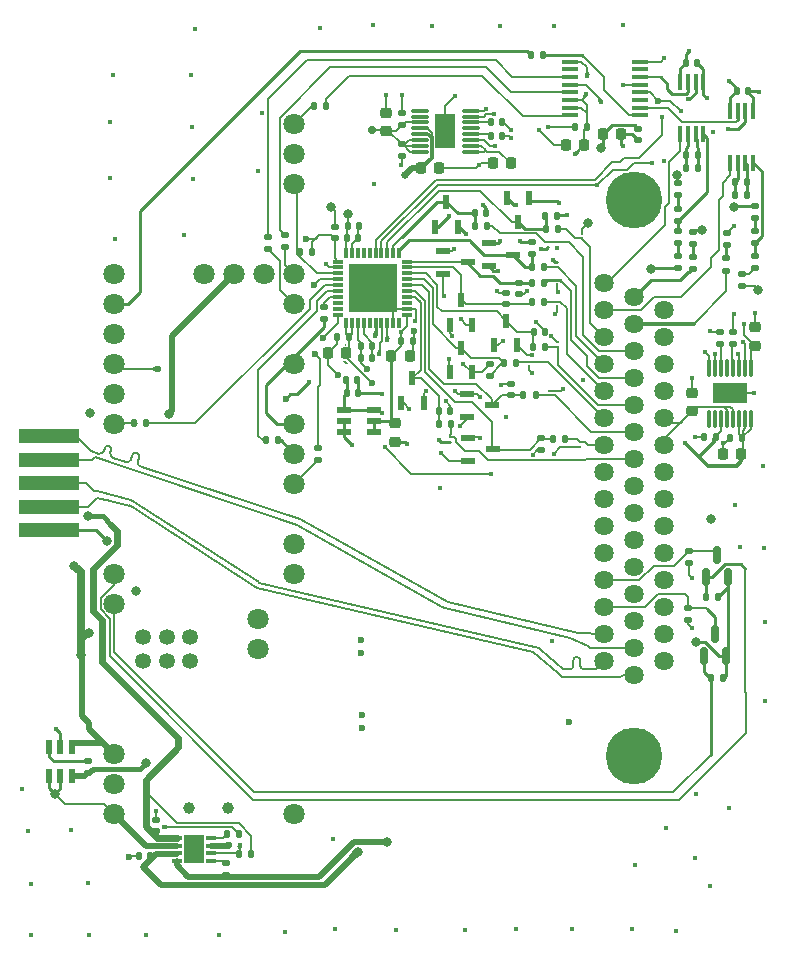
<source format=gbl>
G04 #@! TF.GenerationSoftware,KiCad,Pcbnew,8.0.7*
G04 #@! TF.CreationDate,2025-02-07T02:11:16-05:00*
G04 #@! TF.ProjectId,accessory_v3,61636365-7373-46f7-9279-5f76332e6b69,rev?*
G04 #@! TF.SameCoordinates,Original*
G04 #@! TF.FileFunction,Copper,L4,Bot*
G04 #@! TF.FilePolarity,Positive*
%FSLAX46Y46*%
G04 Gerber Fmt 4.6, Leading zero omitted, Abs format (unit mm)*
G04 Created by KiCad (PCBNEW 8.0.7) date 2025-02-07 02:11:16*
%MOMM*%
%LPD*%
G01*
G04 APERTURE LIST*
G04 Aperture macros list*
%AMRoundRect*
0 Rectangle with rounded corners*
0 $1 Rounding radius*
0 $2 $3 $4 $5 $6 $7 $8 $9 X,Y pos of 4 corners*
0 Add a 4 corners polygon primitive as box body*
4,1,4,$2,$3,$4,$5,$6,$7,$8,$9,$2,$3,0*
0 Add four circle primitives for the rounded corners*
1,1,$1+$1,$2,$3*
1,1,$1+$1,$4,$5*
1,1,$1+$1,$6,$7*
1,1,$1+$1,$8,$9*
0 Add four rect primitives between the rounded corners*
20,1,$1+$1,$2,$3,$4,$5,0*
20,1,$1+$1,$4,$5,$6,$7,0*
20,1,$1+$1,$6,$7,$8,$9,0*
20,1,$1+$1,$8,$9,$2,$3,0*%
G04 Aperture macros list end*
G04 #@! TA.AperFunction,ComponentPad*
%ADD10C,1.638000*%
G04 #@! TD*
G04 #@! TA.AperFunction,ComponentPad*
%ADD11C,4.801000*%
G04 #@! TD*
G04 #@! TA.AperFunction,SMDPad,CuDef*
%ADD12R,5.200000X1.250000*%
G04 #@! TD*
G04 #@! TA.AperFunction,ComponentPad*
%ADD13C,1.800000*%
G04 #@! TD*
G04 #@! TA.AperFunction,ComponentPad*
%ADD14C,1.000000*%
G04 #@! TD*
G04 #@! TA.AperFunction,ComponentPad*
%ADD15C,1.350000*%
G04 #@! TD*
G04 #@! TA.AperFunction,SMDPad,CuDef*
%ADD16RoundRect,0.135000X0.185000X-0.135000X0.185000X0.135000X-0.185000X0.135000X-0.185000X-0.135000X0*%
G04 #@! TD*
G04 #@! TA.AperFunction,SMDPad,CuDef*
%ADD17RoundRect,0.140000X-0.140000X-0.170000X0.140000X-0.170000X0.140000X0.170000X-0.140000X0.170000X0*%
G04 #@! TD*
G04 #@! TA.AperFunction,SMDPad,CuDef*
%ADD18RoundRect,0.140000X0.170000X-0.140000X0.170000X0.140000X-0.170000X0.140000X-0.170000X-0.140000X0*%
G04 #@! TD*
G04 #@! TA.AperFunction,SMDPad,CuDef*
%ADD19RoundRect,0.135000X-0.135000X-0.185000X0.135000X-0.185000X0.135000X0.185000X-0.135000X0.185000X0*%
G04 #@! TD*
G04 #@! TA.AperFunction,SMDPad,CuDef*
%ADD20R,0.254000X0.152400*%
G04 #@! TD*
G04 #@! TA.AperFunction,SMDPad,CuDef*
%ADD21RoundRect,0.035000X0.690000X0.105000X-0.690000X0.105000X-0.690000X-0.105000X0.690000X-0.105000X0*%
G04 #@! TD*
G04 #@! TA.AperFunction,SMDPad,CuDef*
%ADD22R,1.651000X2.845000*%
G04 #@! TD*
G04 #@! TA.AperFunction,SMDPad,CuDef*
%ADD23R,1.250000X0.600000*%
G04 #@! TD*
G04 #@! TA.AperFunction,SMDPad,CuDef*
%ADD24RoundRect,0.225000X-0.250000X0.225000X-0.250000X-0.225000X0.250000X-0.225000X0.250000X0.225000X0*%
G04 #@! TD*
G04 #@! TA.AperFunction,SMDPad,CuDef*
%ADD25RoundRect,0.225000X0.225000X0.250000X-0.225000X0.250000X-0.225000X-0.250000X0.225000X-0.250000X0*%
G04 #@! TD*
G04 #@! TA.AperFunction,SMDPad,CuDef*
%ADD26R,0.850000X0.350000*%
G04 #@! TD*
G04 #@! TA.AperFunction,SMDPad,CuDef*
%ADD27R,1.700000X2.450000*%
G04 #@! TD*
G04 #@! TA.AperFunction,SMDPad,CuDef*
%ADD28RoundRect,0.140000X0.140000X0.170000X-0.140000X0.170000X-0.140000X-0.170000X0.140000X-0.170000X0*%
G04 #@! TD*
G04 #@! TA.AperFunction,SMDPad,CuDef*
%ADD29R,0.600000X1.250000*%
G04 #@! TD*
G04 #@! TA.AperFunction,SMDPad,CuDef*
%ADD30RoundRect,0.135000X0.135000X0.185000X-0.135000X0.185000X-0.135000X-0.185000X0.135000X-0.185000X0*%
G04 #@! TD*
G04 #@! TA.AperFunction,SMDPad,CuDef*
%ADD31R,1.200000X0.600000*%
G04 #@! TD*
G04 #@! TA.AperFunction,SMDPad,CuDef*
%ADD32RoundRect,0.225000X-0.225000X-0.250000X0.225000X-0.250000X0.225000X0.250000X-0.225000X0.250000X0*%
G04 #@! TD*
G04 #@! TA.AperFunction,SMDPad,CuDef*
%ADD33RoundRect,0.140000X-0.170000X0.140000X-0.170000X-0.140000X0.170000X-0.140000X0.170000X0.140000X0*%
G04 #@! TD*
G04 #@! TA.AperFunction,SMDPad,CuDef*
%ADD34R,0.450000X1.400000*%
G04 #@! TD*
G04 #@! TA.AperFunction,SMDPad,CuDef*
%ADD35R,1.475000X0.450000*%
G04 #@! TD*
G04 #@! TA.AperFunction,SMDPad,CuDef*
%ADD36RoundRect,0.035000X-0.105000X0.690000X-0.105000X-0.690000X0.105000X-0.690000X0.105000X0.690000X0*%
G04 #@! TD*
G04 #@! TA.AperFunction,SMDPad,CuDef*
%ADD37R,2.845000X1.651000*%
G04 #@! TD*
G04 #@! TA.AperFunction,SMDPad,CuDef*
%ADD38RoundRect,0.150000X0.150000X-0.587500X0.150000X0.587500X-0.150000X0.587500X-0.150000X-0.587500X0*%
G04 #@! TD*
G04 #@! TA.AperFunction,SMDPad,CuDef*
%ADD39RoundRect,0.135000X-0.185000X0.135000X-0.185000X-0.135000X0.185000X-0.135000X0.185000X0.135000X0*%
G04 #@! TD*
G04 #@! TA.AperFunction,SMDPad,CuDef*
%ADD40R,0.600000X1.200000*%
G04 #@! TD*
G04 #@! TA.AperFunction,SMDPad,CuDef*
%ADD41R,0.300000X0.850000*%
G04 #@! TD*
G04 #@! TA.AperFunction,SMDPad,CuDef*
%ADD42R,0.850000X0.300000*%
G04 #@! TD*
G04 #@! TA.AperFunction,SMDPad,CuDef*
%ADD43R,4.050000X4.050000*%
G04 #@! TD*
G04 #@! TA.AperFunction,ViaPad*
%ADD44C,0.800000*%
G04 #@! TD*
G04 #@! TA.AperFunction,ViaPad*
%ADD45C,0.400000*%
G04 #@! TD*
G04 #@! TA.AperFunction,ViaPad*
%ADD46C,0.450000*%
G04 #@! TD*
G04 #@! TA.AperFunction,ViaPad*
%ADD47C,0.700000*%
G04 #@! TD*
G04 #@! TA.AperFunction,ViaPad*
%ADD48C,0.600000*%
G04 #@! TD*
G04 #@! TA.AperFunction,ViaPad*
%ADD49C,0.650000*%
G04 #@! TD*
G04 #@! TA.AperFunction,Conductor*
%ADD50C,0.200000*%
G04 #@! TD*
G04 #@! TA.AperFunction,Conductor*
%ADD51C,0.500000*%
G04 #@! TD*
G04 #@! TA.AperFunction,Conductor*
%ADD52C,0.250000*%
G04 #@! TD*
G04 #@! TA.AperFunction,Conductor*
%ADD53C,0.300000*%
G04 #@! TD*
G04 #@! TA.AperFunction,Conductor*
%ADD54C,0.400000*%
G04 #@! TD*
G04 #@! TA.AperFunction,Conductor*
%ADD55C,0.220000*%
G04 #@! TD*
G04 #@! TA.AperFunction,Conductor*
%ADD56C,0.600000*%
G04 #@! TD*
G04 #@! TA.AperFunction,Conductor*
%ADD57C,0.700000*%
G04 #@! TD*
G04 APERTURE END LIST*
D10*
X50460000Y-55869000D03*
X50460000Y-53583000D03*
X50460000Y-51297000D03*
X50460000Y-49011000D03*
X50460000Y-46725000D03*
X50460000Y-44439000D03*
X50460000Y-42153000D03*
X50460000Y-39867000D03*
X50460000Y-37581000D03*
X50460000Y-35295000D03*
X50460000Y-33009000D03*
X50460000Y-30723000D03*
X50460000Y-28437000D03*
X50460000Y-26151000D03*
X50460000Y-23865000D03*
X53000000Y-57012000D03*
X53000000Y-54726000D03*
X53000000Y-52440000D03*
X53000000Y-50154000D03*
X53000000Y-47868000D03*
X53000000Y-45582000D03*
X53000000Y-43296000D03*
X53000000Y-41010000D03*
X53000000Y-38724000D03*
X53000000Y-36438000D03*
X53000000Y-34152000D03*
X53000000Y-31866000D03*
X53000000Y-29580000D03*
X53000000Y-27294000D03*
X53000000Y-25008000D03*
X55540000Y-55869000D03*
X55540000Y-53583000D03*
X55540000Y-51297000D03*
X55540000Y-49011000D03*
X55540000Y-46725000D03*
X55540000Y-44439000D03*
X55540000Y-42153000D03*
X55540000Y-39867000D03*
X55540000Y-37581000D03*
X55540000Y-35295000D03*
X55540000Y-33009000D03*
X55540000Y-30723000D03*
X55540000Y-28437000D03*
X55540000Y-26151000D03*
D11*
X53000000Y-63895000D03*
X53000000Y-16855000D03*
D12*
X3500000Y-36830000D03*
X3500000Y-38830000D03*
X3500000Y-40830000D03*
X3500000Y-42830000D03*
X3500000Y-44730000D03*
D13*
X8980000Y-63720000D03*
X19140000Y-23080000D03*
X24220000Y-48480000D03*
X24220000Y-45936000D03*
X24220000Y-40860000D03*
X24220000Y-38320000D03*
X24220000Y-35780000D03*
X8980000Y-35780000D03*
X8980000Y-48480000D03*
X8980000Y-51020000D03*
X24220000Y-30696000D03*
X24220000Y-25620000D03*
X24220000Y-23080000D03*
X24220000Y-15460000D03*
X24220000Y-12920000D03*
X24220000Y-10380000D03*
X8980000Y-23080000D03*
X8980000Y-25620000D03*
X8980000Y-28160000D03*
X8980000Y-30700000D03*
D14*
X18632000Y-68288000D03*
X15330000Y-68288000D03*
D13*
X24220000Y-68800000D03*
X8980000Y-33240000D03*
X8980000Y-66260000D03*
X16600000Y-23080000D03*
D15*
X13430000Y-53830000D03*
X13430000Y-55830000D03*
X11430000Y-55830000D03*
X11430000Y-53830000D03*
X15430000Y-53830000D03*
X15430000Y-55830000D03*
D13*
X21170000Y-54830000D03*
X21170000Y-52290000D03*
X21680000Y-23080000D03*
X8980000Y-68800000D03*
D16*
X56743600Y-20496800D03*
X56743600Y-19476800D03*
D17*
X28653800Y-33172400D03*
X29613800Y-33172400D03*
D18*
X40792400Y-31696600D03*
X40792400Y-30736600D03*
D19*
X44321000Y-22479000D03*
X45341000Y-22479000D03*
D16*
X57565548Y-52427900D03*
X57565548Y-51407900D03*
D20*
X45694600Y-20802600D03*
X45694600Y-20421600D03*
X46431200Y-23977600D03*
X46431200Y-23596600D03*
X48615600Y-19697700D03*
X48615600Y-20078700D03*
D17*
X58940000Y-36880000D03*
X59900000Y-36880000D03*
D21*
X39160000Y-9260000D03*
X39160000Y-9760000D03*
X39160000Y-10260000D03*
X39160000Y-10760000D03*
X39160000Y-11260000D03*
X39160000Y-11760000D03*
X39160000Y-12260000D03*
X39160000Y-12760000D03*
X34840000Y-12760000D03*
X34840000Y-12260000D03*
X34840000Y-11760000D03*
X34840000Y-11260000D03*
X34840000Y-10760000D03*
X34840000Y-10260000D03*
X34840000Y-9760000D03*
X34840000Y-9260000D03*
D22*
X37000000Y-11010000D03*
D23*
X38921000Y-38902600D03*
X38921000Y-36992600D03*
X41021000Y-37947600D03*
D19*
X44295600Y-4546600D03*
X45315600Y-4546600D03*
D24*
X63220000Y-27605000D03*
X63220000Y-29155000D03*
D25*
X36495000Y-14160000D03*
X34945000Y-14160000D03*
D20*
X46558200Y-28854400D03*
X46558200Y-29235400D03*
D26*
X17160000Y-70832500D03*
X17160000Y-71482500D03*
X17160000Y-72132500D03*
X17160000Y-72782500D03*
X14260000Y-72782500D03*
X14260000Y-72132500D03*
X14260000Y-71482500D03*
X14260000Y-70832500D03*
D27*
X15710000Y-71807500D03*
D16*
X60820000Y-22800000D03*
X60820000Y-21780000D03*
D17*
X44503400Y-27990800D03*
X45463400Y-27990800D03*
D16*
X22020000Y-21000000D03*
X22020000Y-19980000D03*
D28*
X41830000Y-10250000D03*
X40870000Y-10250000D03*
D29*
X35177400Y-34027800D03*
X33267400Y-34027800D03*
X34222400Y-31927800D03*
D30*
X19560000Y-70480000D03*
X18540000Y-70480000D03*
D17*
X61160000Y-36970000D03*
X62120000Y-36970000D03*
X28603000Y-32105600D03*
X29563000Y-32105600D03*
X29850000Y-30230000D03*
X30810000Y-30230000D03*
D30*
X11695000Y-35740000D03*
X10675000Y-35740000D03*
D29*
X43078400Y-29133800D03*
X41168400Y-29133800D03*
X42123400Y-27033800D03*
D19*
X41984200Y-30632400D03*
X43004200Y-30632400D03*
D31*
X28462600Y-36469400D03*
X28462600Y-35519400D03*
X28462600Y-34569400D03*
X30962600Y-34569400D03*
X30962600Y-35519400D03*
X30962600Y-36469400D03*
D32*
X41025000Y-13730000D03*
X42575000Y-13730000D03*
D19*
X36444400Y-35788600D03*
X37464400Y-35788600D03*
D18*
X44323000Y-21381600D03*
X44323000Y-20421600D03*
D16*
X62110000Y-24090000D03*
X62110000Y-23070000D03*
D29*
X39309000Y-27373000D03*
X37399000Y-27373000D03*
X38354000Y-25273000D03*
D20*
X45796200Y-32969200D03*
X45796200Y-33350200D03*
D28*
X12010000Y-72410000D03*
X11050000Y-72410000D03*
D33*
X60310000Y-28020000D03*
X60310000Y-28980000D03*
D30*
X58397200Y-14126400D03*
X57377200Y-14126400D03*
D16*
X26210000Y-38880000D03*
X26210000Y-37860000D03*
D34*
X63080000Y-13655000D03*
X62430000Y-13655000D03*
X61780000Y-13655000D03*
X61130000Y-13655000D03*
X61130000Y-9255000D03*
X61780000Y-9255000D03*
X62430000Y-9255000D03*
X63080000Y-9255000D03*
D25*
X48781000Y-12192000D03*
X47231000Y-12192000D03*
D16*
X57962800Y-22658800D03*
X57962800Y-21638800D03*
X63230800Y-18391000D03*
X63230800Y-17371000D03*
D23*
X36821400Y-23068200D03*
X36821400Y-21158200D03*
X38921400Y-22113200D03*
D33*
X43281600Y-23827800D03*
X43281600Y-24787800D03*
X12530000Y-69310000D03*
X12530000Y-70270000D03*
D19*
X44371800Y-23825200D03*
X45391800Y-23825200D03*
D28*
X41830000Y-11400000D03*
X40870000Y-11400000D03*
D19*
X44473400Y-29235400D03*
X45493400Y-29235400D03*
D20*
X46456600Y-22110700D03*
X46456600Y-22491700D03*
D35*
X53458000Y-5105000D03*
X53458000Y-5755000D03*
X53458000Y-6405000D03*
X53458000Y-7055000D03*
X53458000Y-7705000D03*
X53458000Y-8355000D03*
X53458000Y-9005000D03*
X53458000Y-9655000D03*
X47582000Y-9655000D03*
X47582000Y-9005000D03*
X47582000Y-8355000D03*
X47582000Y-7705000D03*
X47582000Y-7055000D03*
X47582000Y-6405000D03*
X47582000Y-5755000D03*
X47582000Y-5105000D03*
D20*
X44094400Y-30924500D03*
X44094400Y-30543500D03*
D32*
X50375000Y-11220000D03*
X51925000Y-11220000D03*
D25*
X28605000Y-29810000D03*
X27055000Y-29810000D03*
D23*
X38870200Y-35168800D03*
X38870200Y-33258800D03*
X40970200Y-34213800D03*
D16*
X56718200Y-22609000D03*
X56718200Y-21589000D03*
D28*
X29620000Y-20060000D03*
X28660000Y-20060000D03*
D29*
X42225000Y-16628400D03*
X44135000Y-16628400D03*
X43180000Y-18728400D03*
D20*
X46431200Y-25819100D03*
X46431200Y-25438100D03*
D24*
X57920000Y-33175000D03*
X57920000Y-34725000D03*
D16*
X26746200Y-26900600D03*
X26746200Y-25880600D03*
D29*
X38069800Y-19098000D03*
X36159800Y-19098000D03*
X37114800Y-16998000D03*
D28*
X62633200Y-7619600D03*
X61673200Y-7619600D03*
D36*
X59360000Y-31040000D03*
X59860000Y-31040000D03*
X60360000Y-31040000D03*
X60860000Y-31040000D03*
X61360000Y-31040000D03*
X61860000Y-31040000D03*
X62360000Y-31040000D03*
X62860000Y-31040000D03*
X62860000Y-35360000D03*
X62360000Y-35360000D03*
X61860000Y-35360000D03*
X61360000Y-35360000D03*
X60860000Y-35360000D03*
X60360000Y-35360000D03*
X59860000Y-35360000D03*
X59360000Y-35360000D03*
D37*
X61110000Y-33200000D03*
D30*
X60111348Y-50472100D03*
X59091348Y-50472100D03*
D38*
X60955748Y-48768000D03*
X59055748Y-48768000D03*
X60005748Y-46893000D03*
D16*
X63230800Y-22607400D03*
X63230800Y-21587400D03*
D34*
X58861600Y-11267800D03*
X58211600Y-11267800D03*
X57561600Y-11267800D03*
X56911600Y-11267800D03*
X56911600Y-6867800D03*
X57561600Y-6867800D03*
X58211600Y-6867800D03*
X58861600Y-6867800D03*
D16*
X57962800Y-20527200D03*
X57962800Y-19507200D03*
D39*
X18420000Y-72970000D03*
X18420000Y-73990000D03*
D30*
X25730000Y-21200000D03*
X24710000Y-21200000D03*
X26890000Y-8850000D03*
X25870000Y-8850000D03*
D18*
X27640000Y-20080000D03*
X27640000Y-19120000D03*
D16*
X56718200Y-16434800D03*
X56718200Y-15414800D03*
D32*
X32455000Y-30030000D03*
X34005000Y-30030000D03*
D33*
X53365400Y-10774800D03*
X53365400Y-11734800D03*
X45135800Y-37010400D03*
X45135800Y-37970400D03*
D30*
X58422600Y-13059600D03*
X57402600Y-13059600D03*
X62564200Y-15315800D03*
X61544200Y-15315800D03*
D20*
X37388800Y-37290500D03*
X37388800Y-36909500D03*
D24*
X31970000Y-9425000D03*
X31970000Y-10975000D03*
D40*
X3470000Y-63100000D03*
X4420000Y-63100000D03*
X5370000Y-63100000D03*
X5370000Y-65600000D03*
X4420000Y-65600000D03*
X3470000Y-65600000D03*
D24*
X32740600Y-35750200D03*
X32740600Y-37300200D03*
D19*
X44344400Y-25501600D03*
X45364400Y-25501600D03*
D17*
X39519600Y-17952400D03*
X40479600Y-17952400D03*
D16*
X57655548Y-47557900D03*
X57655548Y-46537900D03*
X63230800Y-20473800D03*
X63230800Y-19453800D03*
D28*
X48994000Y-10668000D03*
X48034000Y-10668000D03*
D30*
X22887400Y-37185600D03*
X21867400Y-37185600D03*
D18*
X42545000Y-33350200D03*
X42545000Y-32390200D03*
D17*
X29850000Y-29190000D03*
X30810000Y-29190000D03*
D28*
X29740000Y-19010000D03*
X28780000Y-19010000D03*
D19*
X19570000Y-72240000D03*
X20590000Y-72240000D03*
D28*
X58321000Y-5216800D03*
X57361000Y-5216800D03*
D17*
X36474400Y-34671000D03*
X37434400Y-34671000D03*
D29*
X39293800Y-31419800D03*
X37383800Y-31419800D03*
X38338800Y-29319800D03*
D32*
X60505000Y-38360000D03*
X62055000Y-38360000D03*
D33*
X33370000Y-9500000D03*
X33370000Y-10460000D03*
D30*
X60566548Y-57304700D03*
X59546548Y-57304700D03*
D16*
X60845400Y-20641000D03*
X60845400Y-19621000D03*
X6780000Y-65370000D03*
X6780000Y-64350000D03*
D30*
X62589600Y-16408000D03*
X61569600Y-16408000D03*
D16*
X56718200Y-18568400D03*
X56718200Y-17548400D03*
D33*
X61380000Y-28030000D03*
X61380000Y-28990000D03*
D18*
X42189400Y-25626000D03*
X42189400Y-24666000D03*
D16*
X23430000Y-20790000D03*
X23430000Y-19770000D03*
D17*
X45496600Y-18161000D03*
X46456600Y-18161000D03*
D28*
X28840000Y-28450000D03*
X27880000Y-28450000D03*
D38*
X60777948Y-55422800D03*
X58877948Y-55422800D03*
X59827948Y-53547800D03*
D41*
X33110000Y-27240000D03*
X32610000Y-27240000D03*
X32110000Y-27240000D03*
X31610000Y-27240000D03*
X31110000Y-27240000D03*
X30610000Y-27240000D03*
X30110000Y-27240000D03*
X29610000Y-27240000D03*
X29110000Y-27240000D03*
X28610000Y-27240000D03*
D42*
X27910000Y-26540000D03*
X27910000Y-26040000D03*
X27910000Y-25540000D03*
X27910000Y-25040000D03*
X27910000Y-24540000D03*
X27910000Y-24040000D03*
X27910000Y-23540000D03*
X27910000Y-23040000D03*
X27910000Y-22540000D03*
X27910000Y-22040000D03*
D41*
X28610000Y-21340000D03*
X29110000Y-21340000D03*
X29610000Y-21340000D03*
X30110000Y-21340000D03*
X30610000Y-21340000D03*
X31110000Y-21340000D03*
X31610000Y-21340000D03*
X32110000Y-21340000D03*
X32610000Y-21340000D03*
X33110000Y-21340000D03*
D42*
X33810000Y-22040000D03*
X33810000Y-22540000D03*
X33810000Y-23040000D03*
X33810000Y-23540000D03*
X33810000Y-24040000D03*
X33810000Y-24540000D03*
X33810000Y-25040000D03*
X33810000Y-25540000D03*
X33810000Y-26040000D03*
X33810000Y-26540000D03*
D43*
X30860000Y-24290000D03*
D19*
X46149800Y-37084000D03*
X47169800Y-37084000D03*
D23*
X40673600Y-22418000D03*
X40673600Y-20508000D03*
X42773600Y-21463000D03*
D18*
X33310000Y-13070000D03*
X33310000Y-12110000D03*
D19*
X43635200Y-33299400D03*
X44655200Y-33299400D03*
X45512800Y-19278600D03*
X46532800Y-19278600D03*
X39525800Y-19021800D03*
X40545800Y-19021800D03*
D20*
X48437800Y-37719000D03*
X48437800Y-37338000D03*
D17*
X33280000Y-28750000D03*
X34240000Y-28750000D03*
D44*
X29630000Y-71990000D03*
D45*
X32110000Y-28702000D03*
X33282902Y-28014251D03*
D46*
X13190000Y-69910000D03*
D47*
X30840000Y-10940000D03*
D46*
X56940000Y-9290000D03*
X40868600Y-40020000D03*
D48*
X30784800Y-32334200D03*
D44*
X50215800Y-12446000D03*
D46*
X59697600Y-11051752D03*
D45*
X57895000Y-48844200D03*
D44*
X3950000Y-67120000D03*
X59480000Y-43860000D03*
D46*
X31889700Y-37782500D03*
X57880548Y-53077900D03*
D48*
X55050000Y-8405000D03*
D46*
X63920000Y-39320000D03*
X31634624Y-34851380D03*
X57302400Y-37363400D03*
X48691800Y-32105600D03*
X42138600Y-35179000D03*
D45*
X31385589Y-29828411D03*
D46*
X55570000Y-4800000D03*
X48958768Y-7841232D03*
D44*
X11658600Y-64490600D03*
D46*
X48006000Y-12954000D03*
D44*
X58242200Y-54229000D03*
D46*
X49022000Y-6350000D03*
X30988000Y-15494000D03*
D48*
X25250000Y-20090000D03*
D46*
X27507800Y-70916800D03*
X60985400Y-10855000D03*
X54508400Y-13679500D03*
X49855213Y-15568383D03*
X62320000Y-27320000D03*
X37719000Y-20980400D03*
X59131200Y-8229600D03*
X39979600Y-33502600D03*
X41656000Y-20294600D03*
X46609000Y-17043400D03*
X63601600Y-7670800D03*
X55493098Y-13487400D03*
X41859200Y-28752800D03*
X62220000Y-28860000D03*
X37617258Y-28321142D03*
X37795200Y-32969200D03*
X39979600Y-37007800D03*
X37287200Y-30327600D03*
X37292600Y-18209000D03*
X46431200Y-20921200D03*
X33943000Y-34493200D03*
X55397400Y-9804400D03*
X57577316Y-8314540D03*
D48*
X12700000Y-31115000D03*
X25960000Y-29843800D03*
X25940000Y-24000000D03*
D49*
X33618768Y-14708768D03*
D45*
X31079500Y-28321000D03*
D44*
X63520000Y-24410000D03*
X54412152Y-22641252D03*
D46*
X19610000Y-71420000D03*
D44*
X6781800Y-43611800D03*
D46*
X25476200Y-32258000D03*
D48*
X23537891Y-33637509D03*
D46*
X50175194Y-8551318D03*
D45*
X58150000Y-36910000D03*
D46*
X53111400Y-73101200D03*
D45*
X32340000Y-22690000D03*
D46*
X47777400Y-78511400D03*
D44*
X8409999Y-45700001D03*
D45*
X34425000Y-27100000D03*
D48*
X29890000Y-55170000D03*
D46*
X42590000Y-11620000D03*
X52019200Y-7061200D03*
X36652200Y-38277800D03*
D44*
X49098200Y-18770600D03*
D46*
X59400000Y-74950000D03*
D44*
X58750200Y-19380200D03*
D46*
X12550000Y-68520000D03*
X43357800Y-20320000D03*
X61442600Y-19024600D03*
X9070000Y-20170000D03*
D45*
X29340000Y-23320000D03*
D46*
X33300000Y-13840000D03*
X60500000Y-37430000D03*
X27711400Y-78562200D03*
X58150000Y-72520000D03*
X1651000Y-70231000D03*
X57637800Y-4200800D03*
X61070000Y-6760000D03*
X38658800Y-78613000D03*
X8610600Y-10261600D03*
X41706800Y-32512000D03*
X63220000Y-26416000D03*
X59860000Y-29850000D03*
X31648400Y-33274000D03*
X6756400Y-74650600D03*
X62001400Y-46202600D03*
X42550000Y-10870000D03*
X59030000Y-29670000D03*
X35365400Y-33020000D03*
X46150000Y-21940000D03*
X36931600Y-24942800D03*
X64109600Y-59283600D03*
X5359400Y-70129400D03*
X17856200Y-79095600D03*
X64033400Y-46278800D03*
D48*
X27890000Y-31640000D03*
D46*
X41605200Y-2108200D03*
X14859000Y-19761200D03*
D45*
X32330000Y-24160000D03*
X30040000Y-25790000D03*
D46*
X41158404Y-9533598D03*
X47330000Y-18130000D03*
X44324302Y-29946600D03*
X61569600Y-42646600D03*
X15671800Y-15011400D03*
D48*
X29890000Y-54090000D03*
D46*
X45923200Y-28321000D03*
D48*
X29950000Y-60410000D03*
D46*
X32816800Y-78638400D03*
X61835000Y-29840000D03*
X31970000Y-7930000D03*
X42976800Y-78587600D03*
X45160000Y-20980000D03*
D44*
X56666292Y-14682462D03*
D46*
X40202800Y-17241200D03*
X46177200Y-38303200D03*
D48*
X29930000Y-61560000D03*
D46*
X15519400Y-6273800D03*
X29133800Y-37566600D03*
X41480000Y-22840000D03*
X52070000Y-12293600D03*
X15710000Y-71807500D03*
D48*
X34360000Y-27930000D03*
D46*
X43916600Y-24511000D03*
X33807400Y-37490400D03*
D45*
X29300000Y-25830000D03*
D46*
X38506400Y-30683200D03*
D45*
X29320000Y-24180000D03*
D44*
X32090000Y-71200000D03*
D46*
X1193800Y-66675000D03*
X38765800Y-19682200D03*
X41220000Y-12230000D03*
X56515000Y-78689200D03*
X40470000Y-9085000D03*
D45*
X26890000Y-22280000D03*
D46*
X23418800Y-78841600D03*
X15544800Y-10617200D03*
X44404054Y-38388129D03*
D48*
X26670000Y-28510000D03*
D46*
X63150000Y-33200000D03*
X61480000Y-26500000D03*
X30911800Y-2032000D03*
D45*
X29350000Y-22620000D03*
D46*
X44348400Y-31445200D03*
X21513800Y-9474200D03*
D48*
X18740000Y-71480000D03*
D44*
X6959600Y-34899600D03*
D46*
X37800000Y-8035000D03*
D44*
X61417200Y-17424400D03*
X27370000Y-17420000D03*
D46*
X41427400Y-24511000D03*
X15824200Y-2336800D03*
D48*
X10200000Y-72430000D03*
D46*
X42976800Y-17272000D03*
X33390000Y-7940000D03*
X37039200Y-33883600D03*
X45720000Y-10668000D03*
X36474400Y-37109400D03*
D45*
X29300000Y-25090000D03*
D46*
X26416000Y-2260600D03*
X52044600Y-2006600D03*
X4080000Y-61650000D03*
X21158200Y-14351000D03*
X38252400Y-35991800D03*
X46228000Y-2108200D03*
X64109600Y-52578000D03*
X8915400Y-6273800D03*
X39900000Y-13870000D03*
D44*
X28810000Y-18020000D03*
D46*
X6858000Y-79019400D03*
X46278800Y-26466800D03*
D45*
X57920000Y-31940000D03*
D46*
X36525200Y-41198800D03*
X52806600Y-78536800D03*
X55702200Y-70002400D03*
X59390000Y-27940000D03*
X11709400Y-79019400D03*
X8610600Y-14986000D03*
D48*
X47480000Y-61000000D03*
D46*
X46050200Y-54127400D03*
X35890200Y-2057400D03*
X44729400Y-27196026D03*
D45*
X32320000Y-23440000D03*
D46*
X46532800Y-24587200D03*
X1955800Y-79095600D03*
X58267600Y-67106800D03*
D45*
X32320000Y-24930000D03*
D48*
X30378400Y-31130000D03*
D46*
X46960000Y-32800000D03*
X44958000Y-10922000D03*
X1930400Y-74777600D03*
D45*
X32290000Y-25760000D03*
D46*
X61036200Y-68275200D03*
X38303200Y-26873200D03*
D44*
X10820400Y-49936400D03*
X6858000Y-53492400D03*
X6131401Y-55337517D03*
X5562600Y-47777400D03*
X13639800Y-34950400D03*
D50*
X40860000Y-10260000D02*
X40870000Y-10250000D01*
X39160000Y-10260000D02*
X40860000Y-10260000D01*
D51*
X29630000Y-71990000D02*
X26820000Y-74800000D01*
X12507500Y-72182500D02*
X14260000Y-72182500D01*
X26820000Y-74800000D02*
X12950000Y-74800000D01*
X12950000Y-74800000D02*
X11420000Y-73270000D01*
X11420000Y-73270000D02*
X12507500Y-72182500D01*
D50*
X40870000Y-11400000D02*
X40730000Y-11260000D01*
X40730000Y-11260000D02*
X39160000Y-11260000D01*
X60385000Y-31015000D02*
X60385000Y-29055000D01*
X60385000Y-29055000D02*
X60310000Y-28980000D01*
X60360000Y-31040000D02*
X60385000Y-31015000D01*
X61310000Y-29060000D02*
X61380000Y-28990000D01*
X61310000Y-30990000D02*
X61310000Y-29060000D01*
X61360000Y-31040000D02*
X61310000Y-30990000D01*
D52*
X63232800Y-22609400D02*
X63230800Y-22607400D01*
D50*
X62110000Y-23070000D02*
X62768200Y-23070000D01*
X62768200Y-23070000D02*
X63230800Y-22607400D01*
X61135000Y-34335000D02*
X60604732Y-34335000D01*
X55540000Y-35295000D02*
X55932000Y-35687000D01*
X60860000Y-35360000D02*
X60860000Y-34590268D01*
X32110000Y-28702000D02*
X32110000Y-27240000D01*
X55540000Y-37105000D02*
X55540000Y-37581000D01*
X55932000Y-35687000D02*
X56958000Y-35687000D01*
X60860000Y-34590268D02*
X60604732Y-34335000D01*
X56958000Y-35687000D02*
X57340000Y-35305000D01*
X61360000Y-35360000D02*
X61360000Y-34560000D01*
X60604732Y-34335000D02*
X58310000Y-34335000D01*
X57340000Y-35305000D02*
X55540000Y-37105000D01*
X58310000Y-34335000D02*
X57340000Y-35305000D01*
X61360000Y-34560000D02*
X61135000Y-34335000D01*
D52*
X32509800Y-35519400D02*
X32740600Y-35750200D01*
D50*
X33810000Y-27487153D02*
X33810000Y-26540000D01*
X33282902Y-28014251D02*
X33280000Y-28017153D01*
X33282902Y-28014251D02*
X33810000Y-27487153D01*
D52*
X32740600Y-35750200D02*
X32455000Y-35464600D01*
D50*
X33280000Y-28017153D02*
X33280000Y-28750000D01*
X33280000Y-29205000D02*
X33280000Y-28750000D01*
D52*
X30962600Y-35519400D02*
X32509800Y-35519400D01*
X30962600Y-36469400D02*
X30962600Y-35519400D01*
X32455000Y-35464600D02*
X32455000Y-30030000D01*
D50*
X32455000Y-30030000D02*
X33280000Y-29205000D01*
X30110000Y-28210000D02*
X30110000Y-27240000D01*
X30820000Y-29960000D02*
X30820000Y-28920000D01*
X30110000Y-28210000D02*
X30820000Y-28920000D01*
X29620000Y-19130000D02*
X29740000Y-19010000D01*
X29110000Y-20570000D02*
X29620000Y-20060000D01*
X29110000Y-21340000D02*
X29110000Y-20570000D01*
X29620000Y-20060000D02*
X29620000Y-19130000D01*
X34127200Y-40020000D02*
X40868600Y-40020000D01*
X33970000Y-11760000D02*
X34840000Y-11760000D01*
X28600000Y-28210000D02*
X28600000Y-27250000D01*
X34060000Y-12760000D02*
X34840000Y-12760000D01*
X28600000Y-27250000D02*
X28610000Y-27240000D01*
X31970000Y-10975000D02*
X32855000Y-10975000D01*
X28840000Y-28450000D02*
X29110000Y-28180000D01*
X28605000Y-29810000D02*
X28830000Y-29585000D01*
D52*
X50375000Y-12286800D02*
X50375000Y-11220000D01*
D51*
X14260000Y-71532500D02*
X11712500Y-71532500D01*
D50*
X57565548Y-52427900D02*
X57565548Y-52762900D01*
D52*
X3470000Y-66640000D02*
X3950000Y-67120000D01*
D50*
X54350000Y-7705000D02*
X53458000Y-7705000D01*
X33410000Y-12110000D02*
X34060000Y-12760000D01*
D52*
X53060600Y-10470000D02*
X53365400Y-10774800D01*
D50*
X28830000Y-29585000D02*
X28830000Y-28460000D01*
D52*
X3470000Y-65600000D02*
X3470000Y-66640000D01*
D50*
X13190000Y-69910000D02*
X18990000Y-69910000D01*
X8980000Y-68800000D02*
X8160000Y-67980000D01*
X30784800Y-32334200D02*
X28605000Y-30154400D01*
X28840000Y-28450000D02*
X28600000Y-28210000D01*
D52*
X51125000Y-10470000D02*
X53060600Y-10470000D01*
D50*
X33570000Y-10260000D02*
X34840000Y-10260000D01*
X32175000Y-10975000D02*
X33310000Y-12110000D01*
X33310000Y-12110000D02*
X33410000Y-12110000D01*
X28605000Y-30154400D02*
X28605000Y-29810000D01*
D51*
X11712500Y-71532500D02*
X8980000Y-68800000D01*
D50*
X56055000Y-8405000D02*
X55050000Y-8405000D01*
D52*
X50375000Y-11220000D02*
X51125000Y-10470000D01*
D50*
X57895000Y-48844200D02*
X57655548Y-48604748D01*
D52*
X4420000Y-66650000D02*
X3950000Y-67120000D01*
D50*
X54350000Y-7705000D02*
X55050000Y-8405000D01*
X33460000Y-12260000D02*
X34840000Y-12260000D01*
X57565548Y-52762900D02*
X57880548Y-53077900D01*
X28830000Y-28460000D02*
X28840000Y-28450000D01*
X4810000Y-67980000D02*
X3950000Y-67120000D01*
D52*
X4420000Y-65600000D02*
X4420000Y-66650000D01*
D50*
X8160000Y-67980000D02*
X4810000Y-67980000D01*
X33310000Y-12110000D02*
X33620000Y-12110000D01*
X18990000Y-69910000D02*
X19560000Y-70480000D01*
X56940000Y-9290000D02*
X56055000Y-8405000D01*
X57655548Y-48604748D02*
X57655548Y-47557900D01*
X32855000Y-10975000D02*
X33370000Y-10460000D01*
X33370000Y-10460000D02*
X33570000Y-10260000D01*
X33310000Y-12110000D02*
X33460000Y-12260000D01*
D52*
X50215800Y-12446000D02*
X50375000Y-12286800D01*
D50*
X30840000Y-10940000D02*
X31935000Y-10940000D01*
X29110000Y-28180000D02*
X29110000Y-27240000D01*
X31935000Y-10940000D02*
X31970000Y-10975000D01*
X33620000Y-12110000D02*
X33970000Y-11760000D01*
X31889700Y-37782500D02*
X34127200Y-40020000D01*
X31970000Y-10975000D02*
X32175000Y-10975000D01*
D52*
X28653800Y-33172400D02*
X28653800Y-32156400D01*
D53*
X62055000Y-38960800D02*
X62055000Y-38360000D01*
X59755000Y-37323800D02*
X58508900Y-38569900D01*
X61696600Y-39319200D02*
X62055000Y-38960800D01*
D52*
X30962600Y-34569400D02*
X31352644Y-34569400D01*
D50*
X62860000Y-36190000D02*
X62860000Y-35360000D01*
D52*
X28462600Y-34569400D02*
X30962600Y-34569400D01*
D50*
X62235000Y-37045000D02*
X62130000Y-36940000D01*
X62235000Y-38240000D02*
X62235000Y-37045000D01*
D52*
X28653800Y-32156400D02*
X28603000Y-32105600D01*
D53*
X59755000Y-37025000D02*
X59755000Y-37323800D01*
D50*
X61860000Y-36670000D02*
X61860000Y-35360000D01*
X62370000Y-36170000D02*
X62370000Y-35370000D01*
X62180000Y-36890000D02*
X62180000Y-36360000D01*
X59900000Y-36880000D02*
X59755000Y-37025000D01*
X62130000Y-36920000D02*
X62860000Y-36190000D01*
D52*
X28462600Y-34569400D02*
X28462600Y-33363600D01*
D50*
X62130000Y-36940000D02*
X62180000Y-36890000D01*
X60360000Y-36420000D02*
X60360000Y-35360000D01*
D53*
X59258200Y-39319200D02*
X61696600Y-39319200D01*
D52*
X28462600Y-33363600D02*
X28653800Y-33172400D01*
D50*
X59900000Y-36880000D02*
X60360000Y-36420000D01*
X62130000Y-36940000D02*
X62130000Y-36920000D01*
D53*
X58508900Y-38569900D02*
X57302400Y-37363400D01*
X58508900Y-38569900D02*
X59258200Y-39319200D01*
D50*
X62180000Y-36360000D02*
X62370000Y-36170000D01*
X62370000Y-35370000D02*
X62360000Y-35360000D01*
X62130000Y-36940000D02*
X61860000Y-36670000D01*
D52*
X31352644Y-34569400D02*
X31634624Y-34851380D01*
D50*
X31470000Y-29840000D02*
X31470000Y-28902053D01*
X31630000Y-27260000D02*
X31610000Y-27240000D01*
X31470000Y-28902053D02*
X31630000Y-28742053D01*
X55265000Y-5105000D02*
X53458000Y-5105000D01*
X55570000Y-4800000D02*
X55265000Y-5105000D01*
X31630000Y-28742053D02*
X31630000Y-27260000D01*
D52*
X63825800Y-14400800D02*
X63825800Y-19878800D01*
X63825800Y-19878800D02*
X63230800Y-20473800D01*
X63080000Y-13655000D02*
X63825800Y-14400800D01*
X63230800Y-21587400D02*
X63230800Y-20473800D01*
X58422600Y-12439400D02*
X58422600Y-13059600D01*
X58357000Y-11691400D02*
X58357000Y-12373800D01*
X58397200Y-14126400D02*
X58397200Y-13085000D01*
X58397200Y-13085000D02*
X58422600Y-13059600D01*
X58357000Y-12373800D02*
X58422600Y-12439400D01*
X57402600Y-13059600D02*
X57379200Y-13036200D01*
X57379200Y-12424600D02*
X57561600Y-12242200D01*
X57561600Y-12242200D02*
X57561600Y-11267800D01*
X57377200Y-14126400D02*
X57377200Y-13085000D01*
X57377200Y-13085000D02*
X57402600Y-13059600D01*
X57379200Y-13036200D02*
X57379200Y-12424600D01*
X59613800Y-54815956D02*
X59026844Y-54229000D01*
D50*
X48994000Y-9479500D02*
X48519500Y-9005000D01*
X48768000Y-12192000D02*
X48006000Y-12954000D01*
D52*
X60515748Y-57406300D02*
X60767748Y-57154300D01*
D54*
X11139200Y-65010000D02*
X11658600Y-64490600D01*
X7150000Y-65110000D02*
X7250000Y-65010000D01*
D52*
X59026844Y-54229000D02*
X58293000Y-54229000D01*
D50*
X48559250Y-8355000D02*
X47582000Y-8355000D01*
D51*
X6890000Y-65370000D02*
X7150000Y-65110000D01*
D50*
X25250000Y-20090000D02*
X26035000Y-20090000D01*
X27365000Y-19805000D02*
X27640000Y-20080000D01*
D51*
X5370000Y-65600000D02*
X6550000Y-65600000D01*
D50*
X48781000Y-10881000D02*
X48994000Y-10668000D01*
X48781000Y-12192000D02*
X48768000Y-12192000D01*
X26035000Y-20090000D02*
X26320000Y-19805000D01*
X48994000Y-9479500D02*
X48994000Y-8789750D01*
X27640000Y-21770000D02*
X27910000Y-22040000D01*
X49022000Y-5607500D02*
X49022000Y-6350000D01*
X6550000Y-65600000D02*
X6780000Y-65370000D01*
X48519500Y-5105000D02*
X49022000Y-5607500D01*
X25730000Y-21200000D02*
X25730000Y-20395000D01*
D52*
X59613800Y-54838600D02*
X59613800Y-54815956D01*
D50*
X48958768Y-7955482D02*
X48958768Y-7841232D01*
X48781000Y-12192000D02*
X48781000Y-10881000D01*
X48559250Y-8355000D02*
X48958768Y-7955482D01*
D52*
X60955748Y-49627700D02*
X60111348Y-50472100D01*
D50*
X48994000Y-8789750D02*
X48559250Y-8355000D01*
X27640000Y-20080000D02*
X27640000Y-21770000D01*
D52*
X58293000Y-54229000D02*
X58242200Y-54229000D01*
X60955748Y-55245000D02*
X60777948Y-55422800D01*
D54*
X7250000Y-65010000D02*
X11139200Y-65010000D01*
D52*
X60955748Y-48768000D02*
X60955748Y-49627700D01*
X60955748Y-48768000D02*
X60955748Y-55245000D01*
D50*
X48519500Y-9005000D02*
X47582000Y-9005000D01*
X26320000Y-19805000D02*
X27365000Y-19805000D01*
D52*
X60566548Y-57304700D02*
X60617348Y-57304700D01*
X60198000Y-55422800D02*
X59613800Y-54838600D01*
D50*
X48994000Y-10668000D02*
X48994000Y-9479500D01*
D52*
X60767748Y-57154300D02*
X60767748Y-55433000D01*
D50*
X25730000Y-20395000D02*
X26320000Y-19805000D01*
D52*
X60777948Y-55422800D02*
X60198000Y-55422800D01*
X60617348Y-57304700D02*
X60767748Y-57154300D01*
D51*
X6780000Y-65370000D02*
X6890000Y-65370000D01*
D50*
X47582000Y-5105000D02*
X48519500Y-5105000D01*
D52*
X60767748Y-55433000D02*
X60777948Y-55422800D01*
X62430000Y-10205000D02*
X62430000Y-9255000D01*
D50*
X31610000Y-20320000D02*
X36390000Y-15540000D01*
X52401574Y-14249400D02*
X51174196Y-14249400D01*
X36390000Y-15540000D02*
X49826830Y-15540000D01*
X54508400Y-13679500D02*
X52971474Y-13679500D01*
X31610000Y-21340000D02*
X31610000Y-20320000D01*
X52971474Y-13679500D02*
X52401574Y-14249400D01*
X51174196Y-14249400D02*
X49855213Y-15568383D01*
D52*
X60985400Y-10855000D02*
X61780000Y-10855000D01*
D50*
X49826830Y-15540000D02*
X49855213Y-15568383D01*
D52*
X61780000Y-10855000D02*
X62430000Y-10205000D01*
D50*
X40565000Y-12755000D02*
X41600000Y-12755000D01*
X40070000Y-12260000D02*
X40440000Y-12630000D01*
X40440000Y-12630000D02*
X40565000Y-12755000D01*
X40310000Y-12760000D02*
X40440000Y-12630000D01*
X41600000Y-12755000D02*
X42575000Y-13730000D01*
X39160000Y-12760000D02*
X40310000Y-12760000D01*
X39160000Y-12260000D02*
X40070000Y-12260000D01*
X38430200Y-36880800D02*
X39852600Y-36880800D01*
X36711200Y-21158200D02*
X37541200Y-21158200D01*
D52*
X63550400Y-7619600D02*
X62633200Y-7619600D01*
D50*
X38870200Y-33258800D02*
X39735800Y-33258800D01*
X37287200Y-31323200D02*
X37383800Y-31419800D01*
D52*
X58861600Y-5757400D02*
X58861600Y-6867800D01*
D50*
X62860000Y-31040000D02*
X62860000Y-29550000D01*
D52*
X58831600Y-6990686D02*
X58836200Y-6986086D01*
X46490000Y-16924400D02*
X46609000Y-17043400D01*
X44289600Y-16924400D02*
X46490000Y-16924400D01*
D50*
X38084800Y-33258800D02*
X37795200Y-32969200D01*
D52*
X59131200Y-8229600D02*
X58831600Y-7930000D01*
X63080000Y-8140000D02*
X62585000Y-7645000D01*
X58321000Y-5216800D02*
X58861600Y-5757400D01*
X40673600Y-20508000D02*
X41442600Y-20508000D01*
X41442600Y-20508000D02*
X41656000Y-20294600D01*
X58831600Y-7930000D02*
X58831600Y-6990686D01*
X63080000Y-9255000D02*
X63080000Y-8140000D01*
D50*
X39735800Y-33258800D02*
X39979600Y-33502600D01*
X62220000Y-28860000D02*
X62360000Y-29000000D01*
X62360000Y-29000000D02*
X62360000Y-31040000D01*
X62320000Y-28255000D02*
X63220000Y-29155000D01*
X41478200Y-29133800D02*
X41859200Y-28752800D01*
D52*
X63601600Y-7670800D02*
X63550400Y-7619600D01*
D50*
X37541200Y-21158200D02*
X37719000Y-20980400D01*
X41168400Y-29133800D02*
X41478200Y-29133800D01*
X37287200Y-30327600D02*
X37287200Y-31323200D01*
X37399000Y-27373000D02*
X37399000Y-28102884D01*
X38870200Y-33258800D02*
X38084800Y-33258800D01*
D52*
X36403600Y-19098000D02*
X37292600Y-18209000D01*
X36159800Y-19098000D02*
X36403600Y-19098000D01*
D50*
X33477600Y-34027800D02*
X33943000Y-34493200D01*
X62320000Y-27320000D02*
X62320000Y-28255000D01*
X37399000Y-28102884D02*
X37617258Y-28321142D01*
X39852600Y-36880800D02*
X39979600Y-37007800D01*
X23020000Y-9882943D02*
X27292943Y-5610000D01*
X42545000Y-7705000D02*
X47582000Y-7705000D01*
X23430000Y-19770000D02*
X23020000Y-19360000D01*
X27292943Y-5610000D02*
X40450000Y-5610000D01*
X40450000Y-5610000D02*
X42545000Y-7705000D01*
X23020000Y-19360000D02*
X23020000Y-9882943D01*
D52*
X63230800Y-19453800D02*
X63230800Y-18391000D01*
X60820000Y-21780000D02*
X60820000Y-20666400D01*
X60820000Y-20666400D02*
X60845400Y-20641000D01*
X56743600Y-20496800D02*
X56743600Y-21563600D01*
X56718200Y-21589000D02*
X56718200Y-20522200D01*
X56718200Y-20522200D02*
X56743600Y-20496800D01*
D50*
X35671800Y-22540000D02*
X35693600Y-22518200D01*
X38354000Y-25273000D02*
X38455600Y-25273000D01*
X44220000Y-25626000D02*
X44344400Y-25501600D01*
X42189400Y-25626000D02*
X44220000Y-25626000D01*
X37696400Y-22518200D02*
X38354000Y-23175800D01*
X38455600Y-25273000D02*
X38808600Y-25626000D01*
X35693600Y-22518200D02*
X37696400Y-22518200D01*
X33810000Y-22540000D02*
X35671800Y-22540000D01*
X38808600Y-25626000D02*
X42189400Y-25626000D01*
X38354000Y-23175800D02*
X38354000Y-25273000D01*
D52*
X59136400Y-11542600D02*
X58861600Y-11267800D01*
X56718200Y-18525400D02*
X56692800Y-18500000D01*
X59139600Y-14900470D02*
X59136400Y-14897270D01*
X59139600Y-16147000D02*
X59139600Y-14900470D01*
X59136400Y-14897270D02*
X59136400Y-11542600D01*
X56718200Y-18568400D02*
X56718200Y-19451400D01*
X59139600Y-16147000D02*
X56718200Y-18568400D01*
D50*
X51831200Y-13650000D02*
X52171600Y-13309600D01*
D52*
X57577316Y-8314540D02*
X57625553Y-8314540D01*
D50*
X31110000Y-20254314D02*
X36224315Y-15140000D01*
X36224315Y-15140000D02*
X49650000Y-15140000D01*
X55397400Y-11328400D02*
X55397400Y-9804400D01*
X51140000Y-13650000D02*
X51831200Y-13650000D01*
X53416200Y-13309600D02*
X55397400Y-11328400D01*
D52*
X58211600Y-7728493D02*
X58211600Y-6867800D01*
D50*
X49650000Y-15140000D02*
X51140000Y-13650000D01*
D52*
X57625553Y-8314540D02*
X58211600Y-7728493D01*
D50*
X31110000Y-21340000D02*
X31110000Y-20254314D01*
X52171600Y-13309600D02*
X53416200Y-13309600D01*
X9395000Y-31115000D02*
X8980000Y-30700000D01*
X12700000Y-31115000D02*
X9395000Y-31115000D01*
D52*
X56692800Y-16413200D02*
X56718200Y-16387800D01*
X56718200Y-16434800D02*
X56718200Y-17548400D01*
X57962800Y-20527200D02*
X57962800Y-21638800D01*
D50*
X15847400Y-35740000D02*
X11695000Y-35740000D01*
X25530000Y-26057400D02*
X15847400Y-35740000D01*
X27910000Y-24040000D02*
X26820000Y-24040000D01*
X25530000Y-25330000D02*
X25530000Y-26057400D01*
X26820000Y-24040000D02*
X25530000Y-25330000D01*
X26210000Y-32624752D02*
X26210000Y-37860000D01*
X25960000Y-29843800D02*
X26380000Y-30263800D01*
X26380000Y-30263800D02*
X26380000Y-32454752D01*
X26400000Y-23540000D02*
X27910000Y-23540000D01*
X25940000Y-24000000D02*
X26400000Y-23540000D01*
X26380000Y-32454752D02*
X26210000Y-32624752D01*
X26140000Y-23040000D02*
X24490000Y-21390000D01*
X24490000Y-21390000D02*
X24490000Y-15730000D01*
X27910000Y-23040000D02*
X26140000Y-23040000D01*
X24490000Y-15730000D02*
X24220000Y-15460000D01*
D52*
X43789600Y-22479000D02*
X42773600Y-21463000D01*
X42773600Y-21463000D02*
X40259000Y-21463000D01*
X33110000Y-21093600D02*
X33959800Y-20243800D01*
X33959800Y-20243800D02*
X39065200Y-20243800D01*
X44321000Y-21383600D02*
X44323000Y-21381600D01*
X39090600Y-20294600D02*
X40259000Y-21463000D01*
X44321000Y-22479000D02*
X43789600Y-22479000D01*
X33110000Y-21340000D02*
X33110000Y-21093600D01*
X44321000Y-22479000D02*
X44321000Y-21383600D01*
D50*
X39929000Y-16027400D02*
X42630000Y-18728400D01*
X42630000Y-18728400D02*
X43180000Y-18728400D01*
X32110000Y-20385686D02*
X36468286Y-16027400D01*
D52*
X45512800Y-19278600D02*
X43730200Y-19278600D01*
X45512800Y-19278600D02*
X45512800Y-18177200D01*
X45512800Y-18177200D02*
X45496600Y-18161000D01*
X43730200Y-19278600D02*
X43180000Y-18728400D01*
D50*
X32110000Y-21340000D02*
X32110000Y-20385686D01*
X36468286Y-16027400D02*
X39929000Y-16027400D01*
X10379222Y-42750215D02*
X10299430Y-42698684D01*
X8243611Y-42216938D02*
X8227067Y-42212979D01*
X7499862Y-42055538D02*
X7569200Y-42055538D01*
X8227067Y-42212979D02*
X8223872Y-42212214D01*
X51841400Y-57175400D02*
X51866800Y-57150000D01*
X7866514Y-42126690D02*
X7866514Y-42126691D01*
X8223872Y-42212214D02*
X8211093Y-42209156D01*
X8413389Y-42257569D02*
X8326903Y-42236871D01*
X7986659Y-42155444D02*
X7946611Y-42145860D01*
X6392914Y-42829400D02*
X3479800Y-42829400D01*
X8068810Y-42175104D02*
X8065616Y-42174340D01*
X10299430Y-42698684D02*
X8631641Y-42309801D01*
X52968000Y-56980000D02*
X53000000Y-57012000D01*
X6527800Y-42829400D02*
X6726000Y-42829400D01*
X7828115Y-42117502D02*
X7822364Y-42116125D01*
X8198313Y-42206097D02*
X8188729Y-42203803D01*
X21107509Y-49678714D02*
X44480800Y-55126400D01*
X46558200Y-56845200D02*
X46888400Y-57175400D01*
X8000009Y-42158639D02*
X7986659Y-42155444D01*
X8052266Y-42171145D02*
X8049071Y-42170380D01*
X52131800Y-57012000D02*
X53000000Y-57012000D01*
X51993800Y-57150000D02*
X52131800Y-57012000D01*
X7919912Y-42139470D02*
X7906563Y-42136275D01*
X7834889Y-42119123D02*
X7829140Y-42117747D01*
X6726000Y-42829400D02*
X7499862Y-42055538D01*
X8045877Y-42169616D02*
X8039487Y-42168087D01*
X8065616Y-42174340D02*
X8052266Y-42171145D01*
X7906563Y-42136275D02*
X7879863Y-42129885D01*
X7853164Y-42123496D02*
X7834889Y-42119123D01*
X7879863Y-42129885D02*
X7866514Y-42126690D01*
X8613366Y-42305428D02*
X8612335Y-42305181D01*
X8588311Y-42299432D02*
X8413389Y-42257569D01*
X6527800Y-42829400D02*
X6392914Y-42829400D01*
X10393355Y-42759342D02*
X10379222Y-42750215D01*
X46888400Y-57175400D02*
X51841400Y-57175400D01*
X10299430Y-42698684D02*
X10272491Y-42681286D01*
X8091744Y-42180593D02*
X8072005Y-42175869D01*
X8606587Y-42303806D02*
X8588311Y-42299432D01*
X7829140Y-42117747D02*
X7828115Y-42117502D01*
X8619115Y-42306804D02*
X8613366Y-42305428D01*
X8631641Y-42309801D02*
X9956800Y-42621200D01*
X44480800Y-55126400D02*
X46558200Y-56845200D01*
X8188729Y-42203803D02*
X8137042Y-42191433D01*
X51866800Y-57150000D02*
X51993800Y-57150000D01*
X7946611Y-42145860D02*
X7919912Y-42139470D01*
X8016553Y-42162598D02*
X8000009Y-42158639D01*
X7791567Y-42108755D02*
X7569200Y-42055538D01*
X7809841Y-42113128D02*
X7791567Y-42108755D01*
X8137042Y-42191433D02*
X8137042Y-42191434D01*
X7822364Y-42116125D02*
X7816614Y-42114749D01*
X8072005Y-42175869D02*
X8068810Y-42175104D01*
X8036292Y-42167322D02*
X8019748Y-42163363D01*
X8137042Y-42191434D02*
X8091744Y-42180593D01*
X7816614Y-42114749D02*
X7815591Y-42114504D01*
X7815591Y-42114504D02*
X7809841Y-42113128D01*
X8211093Y-42209156D02*
X8198313Y-42206097D01*
X8624862Y-42308179D02*
X8619115Y-42306804D01*
X8039487Y-42168087D02*
X8036292Y-42167322D01*
X8625891Y-42308425D02*
X8624862Y-42308179D01*
X8326903Y-42236871D02*
X8243611Y-42216938D01*
X8049071Y-42170380D02*
X8045877Y-42169616D01*
X8019748Y-42163363D02*
X8016553Y-42162598D01*
X8612335Y-42305181D02*
X8606587Y-42303806D01*
X8631641Y-42309801D02*
X8625891Y-42308425D01*
X10393355Y-42759342D02*
X21107509Y-49678714D01*
X7866514Y-42126691D02*
X7853164Y-42123496D01*
X44932600Y-54787800D02*
X45085000Y-54940200D01*
X3479800Y-40829400D02*
X6619400Y-40829400D01*
X48452980Y-55780400D02*
X48452980Y-56300400D01*
X7260000Y-41470000D02*
X7484800Y-41470000D01*
X49250600Y-56540400D02*
X49788600Y-56540400D01*
X48692980Y-56540400D02*
X48812980Y-56540400D01*
X45085000Y-54940200D02*
X46964600Y-56540400D01*
X50460000Y-55869000D02*
X49961000Y-55869000D01*
X6619400Y-40829400D02*
X7260000Y-41470000D01*
X21224154Y-49220157D02*
X44932600Y-54787800D01*
X47852980Y-56300400D02*
X47852980Y-55780400D01*
X10384982Y-42212572D02*
X21220000Y-49210000D01*
X7484800Y-41470000D02*
X10384982Y-42212572D01*
X48092980Y-55540400D02*
X48212980Y-55540400D01*
X46964600Y-56540400D02*
X47612980Y-56540400D01*
X48812980Y-56540400D02*
X49250600Y-56540400D01*
X49788600Y-56540400D02*
X50460000Y-55869000D01*
X47852980Y-55780400D02*
G75*
G02*
X48092980Y-55540380I240020J0D01*
G01*
X47612980Y-56540400D02*
G75*
G03*
X47853000Y-56300400I20J240000D01*
G01*
X48212980Y-55540400D02*
G75*
G02*
X48453000Y-55780400I20J-240000D01*
G01*
X48452980Y-56300400D02*
G75*
G03*
X48692980Y-56540420I240020J0D01*
G01*
X47540000Y-53930000D02*
X49130000Y-54550000D01*
X7076444Y-38829400D02*
X7315844Y-38590000D01*
X49130000Y-54550000D02*
X49306000Y-54726000D01*
X49306000Y-54726000D02*
X53000000Y-54726000D01*
X3479800Y-38829400D02*
X7076444Y-38829400D01*
X7315844Y-38590000D02*
X24470000Y-44340000D01*
X36740000Y-51270000D02*
X36980000Y-51400000D01*
X24470000Y-44340000D02*
X36740000Y-51270000D01*
X36980000Y-51400000D02*
X47540000Y-53930000D01*
X24700000Y-43870000D02*
X37220000Y-50860000D01*
X8094216Y-38094777D02*
X8169039Y-37848344D01*
X48290000Y-53530000D02*
X50460000Y-53583000D01*
X8743159Y-38022659D02*
X8668335Y-38269093D01*
X8868239Y-38643311D02*
X8868239Y-38643310D01*
X8094218Y-38094776D02*
X8094216Y-38094777D01*
X8868239Y-38643310D02*
X10016479Y-38991940D01*
X11091268Y-38611383D02*
X10965160Y-38990984D01*
X5739400Y-36829400D02*
X3479800Y-36829400D01*
X6980000Y-38070000D02*
X7720000Y-38294680D01*
X10395759Y-38801820D02*
X10395760Y-38801821D01*
X11155279Y-39370265D02*
X11155278Y-39370266D01*
X8743158Y-38022660D02*
X8743159Y-38022659D01*
X37220000Y-50860000D02*
X48290000Y-53530000D01*
X11155278Y-39370266D02*
X11322355Y-39425769D01*
X11322355Y-39425769D02*
X24700000Y-43870000D01*
X6980000Y-38070000D02*
X5739400Y-36829400D01*
X8543255Y-37648440D02*
X8543256Y-37648442D01*
X11091269Y-38611383D02*
X11091268Y-38611383D01*
X10395760Y-38801821D02*
X10521867Y-38422221D01*
X8543256Y-37648442D02*
G75*
G02*
X8743157Y-38022660I-87156J-287058D01*
G01*
X10965160Y-38990984D02*
G75*
G03*
X11155257Y-39370331I284740J-94616D01*
G01*
X10901149Y-38232101D02*
G75*
G02*
X11091286Y-38611389I-94549J-284699D01*
G01*
X10521867Y-38422221D02*
G75*
G02*
X10901162Y-38232061I284733J-94579D01*
G01*
X8169039Y-37848344D02*
G75*
G02*
X8543255Y-37648439I287061J-87156D01*
G01*
X10016479Y-38991940D02*
G75*
G03*
X10395832Y-38801844I94621J284740D01*
G01*
X7720000Y-38294680D02*
G75*
G03*
X8094281Y-38094795I87200J287080D01*
G01*
X8668335Y-38269093D02*
G75*
G03*
X8868238Y-38643314I287065J-87157D01*
G01*
X33810000Y-23540000D02*
X35224000Y-23540000D01*
X37944164Y-29319800D02*
X38338800Y-29319800D01*
X41558400Y-30206600D02*
X41984200Y-30632400D01*
X35990000Y-27365636D02*
X37944164Y-29319800D01*
X35990000Y-24306000D02*
X35990000Y-27365636D01*
X35224000Y-23540000D02*
X35990000Y-24306000D01*
X38338800Y-29319800D02*
X39225600Y-30206600D01*
X41856600Y-30632400D02*
X40792400Y-31696600D01*
X39225600Y-30206600D02*
X41558400Y-30206600D01*
X41984200Y-30632400D02*
X41856600Y-30632400D01*
D52*
X62589600Y-15341200D02*
X62564200Y-15315800D01*
X62589600Y-16408000D02*
X62589600Y-15341200D01*
X62564200Y-15315800D02*
X62564200Y-13789200D01*
X62564200Y-13789200D02*
X62430000Y-13655000D01*
X61569600Y-15341200D02*
X61544200Y-15315800D01*
X61544200Y-15315800D02*
X61780000Y-15080000D01*
X61780000Y-15080000D02*
X61780000Y-13655000D01*
X61569600Y-16408000D02*
X61569600Y-15341200D01*
D50*
X61130000Y-14741400D02*
X60504800Y-15366600D01*
X61130000Y-13655000D02*
X61130000Y-14741400D01*
X59512200Y-22504400D02*
X56984600Y-25032000D01*
X60147200Y-16841800D02*
X60147200Y-21082000D01*
X59512200Y-21717000D02*
X59512200Y-22504400D01*
X60504800Y-15366600D02*
X60504800Y-16484200D01*
X60147200Y-21082000D02*
X59512200Y-21717000D01*
X60504800Y-16484200D02*
X60147200Y-16841800D01*
X54673200Y-25032000D02*
X53554200Y-26151000D01*
X56984600Y-25032000D02*
X54673200Y-25032000D01*
X53554200Y-26151000D02*
X50460000Y-26151000D01*
D52*
X57561600Y-6867800D02*
X57561600Y-7692800D01*
X56229800Y-7842800D02*
X55803800Y-7416800D01*
X55803800Y-6968000D02*
X55240800Y-6405000D01*
X57561600Y-7692800D02*
X57411600Y-7842800D01*
X55803800Y-7416800D02*
X55803800Y-6968000D01*
D50*
X53458000Y-6405000D02*
X55240800Y-6405000D01*
D52*
X55240800Y-6405000D02*
X55245000Y-6400800D01*
X57411600Y-7842800D02*
X56229800Y-7842800D01*
D50*
X55945000Y-17054600D02*
X55600600Y-17399000D01*
X50684000Y-23865000D02*
X50460000Y-23865000D01*
X55600600Y-17399000D02*
X55600600Y-18948400D01*
X55600600Y-18948400D02*
X50684000Y-23865000D01*
X55945000Y-13648986D02*
X55945000Y-17054600D01*
X56911600Y-10907600D02*
X56911600Y-12682386D01*
X56911600Y-12682386D02*
X55945000Y-13648986D01*
X61655000Y-10205000D02*
X61780000Y-10080000D01*
X55880000Y-9005000D02*
X53458000Y-9005000D01*
X55880000Y-9005000D02*
X57080000Y-10205000D01*
X57080000Y-10205000D02*
X61655000Y-10205000D01*
D52*
X61780000Y-9255000D02*
X61780000Y-10080000D01*
D50*
X24220000Y-23080000D02*
X23430000Y-22290000D01*
X23430000Y-22290000D02*
X23430000Y-20790000D01*
X23020000Y-24420000D02*
X23020000Y-22000000D01*
X24220000Y-25620000D02*
X23020000Y-24420000D01*
X23020000Y-22000000D02*
X22020000Y-21000000D01*
D52*
X11150600Y-24587200D02*
X10117800Y-25620000D01*
X44295600Y-4546600D02*
X43944000Y-4195000D01*
X43944000Y-4195000D02*
X24710200Y-4195000D01*
D50*
X8980000Y-25620000D02*
X9540000Y-25060000D01*
D52*
X10117800Y-25620000D02*
X8980000Y-25620000D01*
X11150600Y-17754600D02*
X11150600Y-24587200D01*
X24710200Y-4195000D02*
X11150600Y-17754600D01*
D50*
X50460000Y-51297000D02*
X53957495Y-51297000D01*
X57565548Y-50444900D02*
X57565548Y-51407900D01*
X57565548Y-51407900D02*
X59098048Y-51407900D01*
D52*
X59827948Y-53547800D02*
X59827948Y-52137800D01*
D50*
X53957495Y-51297000D02*
X55026495Y-50228000D01*
D52*
X59827948Y-52137800D02*
X59188048Y-51497900D01*
D50*
X55026495Y-50228000D02*
X57348648Y-50228000D01*
X57348648Y-50228000D02*
X57565548Y-50444900D01*
X59098048Y-51407900D02*
X59188048Y-51497900D01*
X59650648Y-46537900D02*
X60005748Y-46893000D01*
X57655548Y-46537900D02*
X59650648Y-46537900D01*
X53439505Y-49011000D02*
X54656505Y-47794000D01*
X56399448Y-47794000D02*
X57655548Y-46537900D01*
X54656505Y-47794000D02*
X56399448Y-47794000D01*
X50460000Y-49011000D02*
X53439505Y-49011000D01*
X45209400Y-37084000D02*
X45135800Y-37010400D01*
X46124400Y-37109400D02*
X46149800Y-37084000D01*
X39265800Y-33934400D02*
X37846000Y-33934400D01*
X46149800Y-37084000D02*
X45209400Y-37084000D01*
X45135800Y-37010400D02*
X44173200Y-37973000D01*
X37846000Y-33934400D02*
X35636200Y-31724600D01*
X34484975Y-24540000D02*
X33810000Y-24540000D01*
X44173200Y-37973000D02*
X40944800Y-37973000D01*
X40944800Y-35613400D02*
X39265800Y-33934400D01*
X35290000Y-25345025D02*
X34484975Y-24540000D01*
X35610800Y-31724600D02*
X35290000Y-31403800D01*
X40944800Y-37973000D02*
X40944800Y-35613400D01*
X35636200Y-31724600D02*
X35610800Y-31724600D01*
X35290000Y-31403800D02*
X35290000Y-25345025D01*
X36474400Y-33426400D02*
X36474400Y-34671000D01*
X34735100Y-25285100D02*
X34885000Y-25435000D01*
X34940000Y-31210200D02*
X34222400Y-31927800D01*
X34735100Y-25285100D02*
X34940000Y-25490000D01*
X34490000Y-25040000D02*
X34735100Y-25285100D01*
X34222400Y-31927800D02*
X34975800Y-31927800D01*
X34940000Y-25490000D02*
X34940000Y-31210200D01*
X33810000Y-25040000D02*
X34490000Y-25040000D01*
X36444400Y-35788600D02*
X36444400Y-34701000D01*
X36444400Y-34701000D02*
X36474400Y-34671000D01*
X34975800Y-31927800D02*
X36474400Y-33426400D01*
X35640000Y-24616400D02*
X35063600Y-24040000D01*
X42595800Y-33299400D02*
X42545000Y-33350200D01*
X39641400Y-32385000D02*
X36924000Y-32385000D01*
X40970200Y-34213800D02*
X40970200Y-33713800D01*
X43635200Y-33299400D02*
X42595800Y-33299400D01*
X36924000Y-32385000D02*
X35640000Y-31101000D01*
X35640000Y-31101000D02*
X35640000Y-24616400D01*
X42545000Y-33350200D02*
X41833800Y-33350200D01*
X35063600Y-24040000D02*
X33810000Y-24040000D01*
X40970200Y-33713800D02*
X39641400Y-32385000D01*
X41833800Y-33350200D02*
X40970200Y-34213800D01*
X44473400Y-29235400D02*
X44473400Y-28020800D01*
X41353200Y-26263600D02*
X42123400Y-27033800D01*
X36703000Y-26263600D02*
X41353200Y-26263600D01*
X36340000Y-25900600D02*
X36703000Y-26263600D01*
X33810000Y-23040000D02*
X35368200Y-23040000D01*
X44473400Y-28020800D02*
X44503400Y-27990800D01*
X44503400Y-27990800D02*
X43080400Y-27990800D01*
X43080400Y-27990800D02*
X42123400Y-27033800D01*
X36340000Y-24011800D02*
X36340000Y-25900600D01*
X35368200Y-23040000D02*
X36340000Y-24011800D01*
X33810000Y-22040000D02*
X35255686Y-22040000D01*
D52*
X41607800Y-23827800D02*
X43281600Y-23827800D01*
X38811200Y-22113200D02*
X39938000Y-23240000D01*
X43281600Y-23827800D02*
X44369200Y-23827800D01*
X39938000Y-23240000D02*
X41020000Y-23240000D01*
D50*
X35255686Y-22040000D02*
X35328886Y-22113200D01*
D52*
X41020000Y-23240000D02*
X41607800Y-23827800D01*
D50*
X35328886Y-22113200D02*
X38811200Y-22113200D01*
D52*
X44369200Y-23827800D02*
X44371800Y-23825200D01*
X33335200Y-19974800D02*
X36312000Y-16998000D01*
X39525800Y-17975800D02*
X39502400Y-17952400D01*
D50*
X32610000Y-20700000D02*
X33335200Y-19974800D01*
X32610000Y-21340000D02*
X32610000Y-20700000D01*
D52*
X38069200Y-17952400D02*
X37114800Y-16998000D01*
D50*
X33335200Y-19974800D02*
X33405600Y-19904400D01*
D52*
X39525800Y-19021800D02*
X39525800Y-17975800D01*
X36312000Y-16998000D02*
X37114800Y-16998000D01*
X39502400Y-17952400D02*
X38069200Y-17952400D01*
X54444404Y-22609000D02*
X54412152Y-22641252D01*
D50*
X35609732Y-11260000D02*
X34840000Y-11260000D01*
D52*
X31079500Y-28321000D02*
X31110000Y-28290500D01*
D51*
X34210000Y-14160000D02*
X33640000Y-14730000D01*
D50*
X35865000Y-11155000D02*
X35865000Y-11515268D01*
D51*
X34945000Y-14160000D02*
X34210000Y-14160000D01*
D52*
X56718200Y-22609000D02*
X54444404Y-22609000D01*
D50*
X62110000Y-24090000D02*
X63200000Y-24090000D01*
X63200000Y-24090000D02*
X63520000Y-24410000D01*
X35470000Y-10760000D02*
X35865000Y-11155000D01*
D53*
X34945000Y-14160000D02*
X35865000Y-13240000D01*
D51*
X33640000Y-14730000D02*
X33618768Y-14708768D01*
D50*
X35865000Y-11515268D02*
X35609732Y-11260000D01*
D53*
X35865000Y-13240000D02*
X35865000Y-11515268D01*
D50*
X34840000Y-10760000D02*
X35470000Y-10760000D01*
D52*
X31110000Y-28290500D02*
X31110000Y-27240000D01*
D50*
X26890000Y-8300000D02*
X28890000Y-6300000D01*
X47507000Y-9730000D02*
X47582000Y-9655000D01*
X43590000Y-9730000D02*
X47507000Y-9730000D01*
X40160000Y-6300000D02*
X43590000Y-9730000D01*
X26890000Y-8850000D02*
X26890000Y-8300000D01*
X28890000Y-6300000D02*
X40160000Y-6300000D01*
X22020000Y-8270000D02*
X25320000Y-4970000D01*
X25320000Y-4970000D02*
X41270000Y-4970000D01*
X42705000Y-6405000D02*
X47582000Y-6405000D01*
X41270000Y-4970000D02*
X42705000Y-6405000D01*
X22020000Y-19980000D02*
X22020000Y-8270000D01*
X48841686Y-37338000D02*
X49084686Y-37581000D01*
X48183800Y-37084000D02*
X48437800Y-37338000D01*
X50460000Y-37581000D02*
X49084686Y-37581000D01*
X48437800Y-37338000D02*
X48841686Y-37338000D01*
X47169800Y-37084000D02*
X48183800Y-37084000D01*
X43093100Y-30543500D02*
X43004200Y-30632400D01*
X44094400Y-30543500D02*
X45708500Y-30543500D01*
X44094400Y-30543500D02*
X43093100Y-30543500D01*
X45708500Y-30543500D02*
X50460000Y-35295000D01*
X45364400Y-25501600D02*
X45427900Y-25438100D01*
X47300000Y-29849000D02*
X50460000Y-33009000D01*
X46431200Y-25438100D02*
X46758200Y-25438100D01*
X47300000Y-25979900D02*
X47300000Y-29849000D01*
X46758200Y-25438100D02*
X47300000Y-25979900D01*
X45427900Y-25438100D02*
X46431200Y-25438100D01*
X48120900Y-24092500D02*
X46520100Y-22491700D01*
X46520100Y-22491700D02*
X46456600Y-22491700D01*
X48120900Y-28383900D02*
X48120900Y-24092500D01*
X50460000Y-30723000D02*
X48120900Y-28383900D01*
X45353700Y-22491700D02*
X45341000Y-22479000D01*
X46456600Y-22491700D02*
X45353700Y-22491700D01*
X49280000Y-27257000D02*
X49301400Y-27235600D01*
X48615600Y-20078700D02*
X48018700Y-20078700D01*
X47218600Y-19278600D02*
X46532800Y-19278600D01*
X49301400Y-27235600D02*
X49301400Y-20775400D01*
X49301400Y-20775400D02*
X48615600Y-20089600D01*
X50460000Y-28437000D02*
X49280000Y-27257000D01*
X48615600Y-20089600D02*
X48615600Y-20078700D01*
X48018700Y-20078700D02*
X47218600Y-19278600D01*
X60820000Y-24574800D02*
X58100800Y-27294000D01*
D53*
X58100800Y-27294000D02*
X53000000Y-27294000D01*
D50*
X60820000Y-22800000D02*
X60820000Y-24574800D01*
D52*
X56870600Y-23593600D02*
X54414400Y-23593600D01*
X57687400Y-22934200D02*
X57962800Y-22658800D01*
X57530000Y-22934200D02*
X57687400Y-22934200D01*
X56870600Y-23593600D02*
X57530000Y-22934200D01*
X54414400Y-23593600D02*
X53000000Y-25008000D01*
D50*
X40653829Y-38863129D02*
X48806871Y-38863129D01*
X37464400Y-36662700D02*
X37464400Y-35788600D01*
X37388800Y-36738300D02*
X37464400Y-36662700D01*
X37388800Y-36909500D02*
X37388800Y-36738300D01*
X37896800Y-37287200D02*
X38709600Y-38100000D01*
X37388800Y-36909500D02*
X37715800Y-36909500D01*
X48946000Y-38724000D02*
X53000000Y-38724000D01*
X37896800Y-37287200D02*
X37896800Y-37090500D01*
X37896800Y-37090500D02*
X37715800Y-36909500D01*
X48806871Y-38863129D02*
X48946000Y-38724000D01*
X39890700Y-38100000D02*
X40653829Y-38863129D01*
X38709600Y-38100000D02*
X39890700Y-38100000D01*
X53000000Y-36438000D02*
X49362000Y-36438000D01*
X49362000Y-36438000D02*
X46274200Y-33350200D01*
X46274200Y-33350200D02*
X45796200Y-33350200D01*
X44706000Y-33350200D02*
X44655200Y-33299400D01*
X45796200Y-33350200D02*
X44706000Y-33350200D01*
X53000000Y-34152000D02*
X49925400Y-34152000D01*
X46558200Y-29235400D02*
X45493400Y-29235400D01*
X46558200Y-30784800D02*
X47269400Y-31496000D01*
X47269400Y-31496000D02*
X49925400Y-34152000D01*
X46558200Y-29235400D02*
X46558200Y-30784800D01*
X45493400Y-29235400D02*
X45544200Y-29286200D01*
X46808200Y-23651400D02*
X47650000Y-24493200D01*
X50020495Y-31866000D02*
X53000000Y-31866000D01*
X45391800Y-23825200D02*
X45565600Y-23651400D01*
X45531500Y-23964900D02*
X45391800Y-23825200D01*
X47650000Y-24493200D02*
X47650000Y-28640000D01*
X47650000Y-28640000D02*
X49020000Y-30010000D01*
X49020000Y-30010000D02*
X49020000Y-30865505D01*
X49020000Y-30865505D02*
X50020495Y-31866000D01*
D52*
X46753400Y-23596600D02*
X46808200Y-23651400D01*
D55*
X46431200Y-23596600D02*
X46753400Y-23596600D01*
X46431200Y-23596600D02*
X45620400Y-23596600D01*
D52*
X45620400Y-23596600D02*
X45391800Y-23825200D01*
D50*
X50020495Y-29580000D02*
X48690000Y-28249505D01*
X48690000Y-21639000D02*
X47472600Y-20421600D01*
X47472600Y-20421600D02*
X45415200Y-20421600D01*
X45415200Y-20421600D02*
X44653200Y-19659600D01*
X48690000Y-28249505D02*
X48690000Y-21639000D01*
X41605200Y-19659600D02*
X40967400Y-19021800D01*
X40967400Y-19021800D02*
X40545800Y-19021800D01*
X53000000Y-29580000D02*
X50020495Y-29580000D01*
X44653200Y-19659600D02*
X41605200Y-19659600D01*
X17160000Y-72132500D02*
X19462500Y-72132500D01*
X19610000Y-71420000D02*
X19610000Y-72200000D01*
X19610000Y-72200000D02*
X19570000Y-72240000D01*
X19462500Y-72132500D02*
X19570000Y-72240000D01*
X20820000Y-66980000D02*
X8980000Y-55140000D01*
D52*
X59546548Y-63763452D02*
X59496000Y-63814000D01*
D50*
X59496000Y-63814000D02*
X56330000Y-66980000D01*
X56330000Y-66980000D02*
X20820000Y-66980000D01*
D52*
X59546548Y-57304700D02*
X59546548Y-63763452D01*
X58877948Y-55422800D02*
X58877948Y-56788500D01*
D50*
X8980000Y-55140000D02*
X8980000Y-51020000D01*
D52*
X58877948Y-56788500D02*
X59495748Y-57406300D01*
X59091348Y-50472100D02*
X59091348Y-48803600D01*
D50*
X62425548Y-48033700D02*
X62425548Y-58507900D01*
X62440000Y-61960000D02*
X56770000Y-67630000D01*
X7830000Y-51496346D02*
X7830000Y-50543654D01*
X56770000Y-67630000D02*
X20760000Y-67630000D01*
D52*
X59091348Y-48803600D02*
X59055748Y-48768000D01*
D50*
X62440000Y-58522352D02*
X62425548Y-58507900D01*
D52*
X60702952Y-47678100D02*
X62069948Y-47678100D01*
D50*
X8980000Y-49465400D02*
X8980000Y-48480000D01*
D52*
X59055748Y-48768000D02*
X59613052Y-48768000D01*
D50*
X8575400Y-49870000D02*
X8980000Y-49465400D01*
D52*
X59613052Y-48768000D02*
X60702952Y-47678100D01*
D50*
X7830000Y-50543654D02*
X8503654Y-49870000D01*
X8600000Y-52266346D02*
X7830000Y-51496346D01*
X8600000Y-55470000D02*
X8600000Y-52266346D01*
X62440000Y-61960000D02*
X62440000Y-58522352D01*
X20760000Y-67630000D02*
X8600000Y-55470000D01*
X8503654Y-49870000D02*
X8575400Y-49870000D01*
D52*
X62069948Y-47678100D02*
X62425548Y-48033700D01*
D50*
X18187500Y-70832500D02*
X18540000Y-70480000D01*
X17160000Y-70832500D02*
X18187500Y-70832500D01*
X27910000Y-25040000D02*
X27235000Y-25040000D01*
X27235000Y-25040000D02*
X26746200Y-25528800D01*
X26746200Y-25528800D02*
X26746200Y-25880600D01*
D52*
X26746200Y-27620627D02*
X21836827Y-32530000D01*
X21836827Y-34841627D02*
X22775200Y-35780000D01*
D50*
X24110000Y-35670000D02*
X24220000Y-35780000D01*
D52*
X22775200Y-35780000D02*
X24220000Y-35780000D01*
X21836827Y-32530000D02*
X21836827Y-34841627D01*
X26746200Y-26900600D02*
X26746200Y-27620627D01*
X23085600Y-37185600D02*
X24220000Y-38320000D01*
X22887400Y-37185600D02*
X23085600Y-37185600D01*
D50*
X27910000Y-24540000D02*
X27030000Y-24540000D01*
X21165300Y-36788300D02*
X21562600Y-37185600D01*
X21165300Y-31260300D02*
X21165300Y-36788300D01*
D52*
X21867400Y-37185600D02*
X21562600Y-37185600D01*
D50*
X27030000Y-24540000D02*
X26160000Y-25410000D01*
X26160000Y-26265600D02*
X21165300Y-31260300D01*
X26160000Y-25410000D02*
X26160000Y-26265600D01*
X9020000Y-35740000D02*
X8980000Y-35780000D01*
X10935000Y-35740000D02*
X9020000Y-35740000D01*
X26200000Y-38880000D02*
X26210000Y-38880000D01*
X24220000Y-40860000D02*
X26200000Y-38880000D01*
D54*
X8750000Y-44310000D02*
X8051800Y-43611800D01*
D56*
X12622500Y-70832500D02*
X14260000Y-70832500D01*
D54*
X8051800Y-43611800D02*
X6781800Y-43611800D01*
D56*
X7213600Y-51657764D02*
X7950000Y-52394164D01*
X11640000Y-69850000D02*
X12622500Y-70832500D01*
D50*
X12011752Y-67310000D02*
X11640000Y-67310000D01*
D56*
X14390000Y-63180000D02*
X11640000Y-65930000D01*
X14390000Y-62360000D02*
X14390000Y-63180000D01*
D50*
X20590000Y-72240000D02*
X20590000Y-70641786D01*
D56*
X8750000Y-44310000D02*
X9260000Y-44820000D01*
X7213600Y-48098482D02*
X7213600Y-51657764D01*
D50*
X19508214Y-69560000D02*
X14261752Y-69560000D01*
X14261752Y-69560000D02*
X12011752Y-67310000D01*
D56*
X7950000Y-52394164D02*
X7950000Y-55920000D01*
D50*
X20590000Y-70641786D02*
X19508214Y-69560000D01*
D56*
X11640000Y-65930000D02*
X11640000Y-67310000D01*
X11640000Y-67310000D02*
X11640000Y-69850000D01*
X7950000Y-55920000D02*
X14390000Y-62360000D01*
X9260000Y-46052082D02*
X7213600Y-48098482D01*
X9260000Y-44820000D02*
X9260000Y-46052082D01*
D52*
X23537891Y-33637509D02*
X23901400Y-33274000D01*
X24460200Y-33274000D02*
X25476200Y-32258000D01*
X23901400Y-33274000D02*
X24460200Y-33274000D01*
D50*
X25750000Y-8850000D02*
X25870000Y-8850000D01*
X24220000Y-10380000D02*
X25750000Y-8850000D01*
X50180000Y-8556124D02*
X50175194Y-8551318D01*
X47582000Y-7055000D02*
X48915000Y-7055000D01*
X50180000Y-8320000D02*
X50180000Y-8556124D01*
X48915000Y-7055000D02*
X50180000Y-8320000D01*
X17160000Y-72782500D02*
X18232500Y-72782500D01*
X18232500Y-72782500D02*
X18420000Y-72970000D01*
X29860000Y-28920000D02*
X29610000Y-28670000D01*
D52*
X38181600Y-19098000D02*
X38069800Y-19098000D01*
D50*
X46456600Y-28854400D02*
X46558200Y-28854400D01*
X60505000Y-38360000D02*
X60505000Y-37435000D01*
X36495000Y-14160000D02*
X39610000Y-14160000D01*
X53458000Y-7055000D02*
X52325000Y-7055000D01*
X58140000Y-36900000D02*
X58150000Y-36910000D01*
D52*
X56911600Y-5666200D02*
X57361000Y-5216800D01*
X36474400Y-37109400D02*
X36655500Y-37290500D01*
D51*
X32080000Y-71190000D02*
X29298629Y-71190000D01*
D50*
X33810000Y-26040000D02*
X34485000Y-26040000D01*
X43639800Y-24787800D02*
X43281600Y-24787800D01*
X28610000Y-21340000D02*
X28610000Y-20110000D01*
X45463400Y-27930026D02*
X45463400Y-27990800D01*
X60310000Y-28020000D02*
X59470000Y-28020000D01*
D52*
X43459400Y-20421600D02*
X43357800Y-20320000D01*
D50*
X41828600Y-32390200D02*
X41706800Y-32512000D01*
X59470000Y-28020000D02*
X59390000Y-27940000D01*
D52*
X45517200Y-20980000D02*
X45694600Y-20802600D01*
X47330000Y-18130000D02*
X46487600Y-18130000D01*
D50*
X35177400Y-34027800D02*
X35177400Y-33208000D01*
X28660000Y-19130000D02*
X28780000Y-19010000D01*
X32290000Y-25760000D02*
X30660000Y-24250000D01*
X37302400Y-38928000D02*
X36652200Y-38277800D01*
X26910000Y-22290000D02*
X26900000Y-22290000D01*
D51*
X18737500Y-71482500D02*
X18740000Y-71480000D01*
D52*
X46150000Y-21940000D02*
X46320700Y-22110700D01*
D50*
X28780000Y-19010000D02*
X28780000Y-18050000D01*
X27910000Y-27270000D02*
X26670000Y-28510000D01*
X60500000Y-37430000D02*
X60700000Y-37430000D01*
X37434400Y-34671000D02*
X37434400Y-34278800D01*
X37000000Y-11010000D02*
X37000000Y-8835000D01*
X45923200Y-28321000D02*
X46456600Y-28854400D01*
X47231000Y-12192000D02*
X46228000Y-12192000D01*
X39293800Y-31419800D02*
X40109200Y-31419800D01*
X58940000Y-36880000D02*
X58140000Y-36880000D01*
D52*
X57361000Y-5216800D02*
X57361000Y-4477600D01*
X42875200Y-17170400D02*
X42976800Y-17272000D01*
D50*
X48615600Y-19253200D02*
X49047400Y-18821400D01*
X38803000Y-27373000D02*
X39309000Y-27373000D01*
X44729400Y-27196026D02*
X45463400Y-27930026D01*
X10220000Y-72410000D02*
X10200000Y-72430000D01*
X52025400Y-7055000D02*
X52019200Y-7061200D01*
X27880000Y-28985000D02*
X27055000Y-29810000D01*
D51*
X14260000Y-73170000D02*
X14260000Y-72832500D01*
D50*
X41830000Y-11400000D02*
X42370000Y-11400000D01*
X27640000Y-17690000D02*
X27370000Y-17420000D01*
X59360000Y-30000000D02*
X59030000Y-29670000D01*
X48615600Y-19697700D02*
X48615600Y-19253200D01*
X40250000Y-9760000D02*
X40476402Y-9533598D01*
X36821400Y-24832600D02*
X36931600Y-24942800D01*
X61860000Y-29865000D02*
X61860000Y-31040000D01*
X36821400Y-23068200D02*
X36821400Y-24832600D01*
X59860000Y-29850000D02*
X59860000Y-31040000D01*
D52*
X38765800Y-19682200D02*
X38181600Y-19098000D01*
D50*
X33370000Y-7960000D02*
X33390000Y-7940000D01*
X27880000Y-28450000D02*
X27880000Y-28985000D01*
D52*
X61070000Y-6760000D02*
X61673200Y-7363200D01*
D50*
X40040000Y-13730000D02*
X39900000Y-13870000D01*
D52*
X51925000Y-11220000D02*
X51925000Y-12148600D01*
X42868600Y-17272000D02*
X42225000Y-16628400D01*
D50*
X48437800Y-37719000D02*
X46761400Y-37719000D01*
X37000000Y-8835000D02*
X37800000Y-8035000D01*
X37434400Y-34278800D02*
X37039200Y-33883600D01*
X34535000Y-26090000D02*
X34535000Y-26990000D01*
X40476402Y-9533598D02*
X41158404Y-9533598D01*
X33370000Y-9500000D02*
X33370000Y-7960000D01*
D52*
X40479600Y-17952400D02*
X40479600Y-17518000D01*
D51*
X32090000Y-71200000D02*
X32080000Y-71190000D01*
D50*
X58140000Y-36880000D02*
X58140000Y-36900000D01*
X27910000Y-22540000D02*
X27150000Y-22540000D01*
X42545000Y-32390200D02*
X41828600Y-32390200D01*
X42189400Y-24666000D02*
X41582400Y-24666000D01*
D51*
X26338629Y-74150000D02*
X15240000Y-74150000D01*
D50*
X60845400Y-19621000D02*
X60846200Y-19621000D01*
X43078400Y-29133800D02*
X43891200Y-29946600D01*
X27890000Y-31640000D02*
X27055000Y-30805000D01*
X60505000Y-37435000D02*
X60500000Y-37430000D01*
X60700000Y-37430000D02*
X61160000Y-36970000D01*
X34360000Y-28630000D02*
X34240000Y-28750000D01*
D52*
X7439398Y-44729400D02*
X3479800Y-44729400D01*
D50*
X27150000Y-22540000D02*
X26890000Y-22280000D01*
D52*
X58750200Y-19380200D02*
X58089800Y-19380200D01*
D50*
X46431200Y-25819100D02*
X46431200Y-26314400D01*
D52*
X61470600Y-17371000D02*
X63230800Y-17371000D01*
X51925000Y-12148600D02*
X52070000Y-12293600D01*
D50*
X27055000Y-30805000D02*
X27055000Y-29810000D01*
X27910000Y-26540000D02*
X27910000Y-27270000D01*
X12530000Y-68540000D02*
X12550000Y-68520000D01*
X26910000Y-22290000D02*
X26890000Y-22270000D01*
X39160000Y-9260000D02*
X40295000Y-9260000D01*
X46431200Y-24485600D02*
X46532800Y-24587200D01*
X32590000Y-26620000D02*
X32590000Y-26040000D01*
X30660000Y-24250000D02*
X30620000Y-24240000D01*
D52*
X29613800Y-32156400D02*
X29563000Y-32105600D01*
X28462600Y-36895400D02*
X29133800Y-37566600D01*
D50*
X41582400Y-24666000D02*
X41427400Y-24511000D01*
X60846200Y-19621000D02*
X61442600Y-19024600D01*
X34360000Y-27930000D02*
X34360000Y-28630000D01*
X57920000Y-33175000D02*
X57920000Y-31960000D01*
X46790800Y-32969200D02*
X45796200Y-32969200D01*
D52*
X61417200Y-17424400D02*
X61470600Y-17371000D01*
D50*
X42370000Y-11400000D02*
X42590000Y-11620000D01*
X40763866Y-12230000D02*
X41220000Y-12230000D01*
X48034000Y-10668000D02*
X45720000Y-10668000D01*
X30378400Y-31130000D02*
X29860000Y-30611600D01*
D51*
X17160000Y-71482500D02*
X18737500Y-71482500D01*
D50*
X41930000Y-10250000D02*
X42550000Y-10870000D01*
X49047400Y-18821400D02*
X49098200Y-18770600D01*
D52*
X57361000Y-4477600D02*
X57637800Y-4200800D01*
X28462600Y-35519400D02*
X28462600Y-36469400D01*
D50*
X28610000Y-20110000D02*
X28660000Y-20060000D01*
D52*
X51925000Y-11220000D02*
X52850600Y-11220000D01*
D50*
X43891200Y-29946600D02*
X44324302Y-29946600D01*
D51*
X29298629Y-71190000D02*
X26338629Y-74150000D01*
D52*
X61673200Y-7363200D02*
X61673200Y-7619600D01*
X40479600Y-17518000D02*
X40202800Y-17241200D01*
X46320700Y-22110700D02*
X46456600Y-22110700D01*
D50*
X11050000Y-72410000D02*
X10220000Y-72410000D01*
X46431200Y-23977600D02*
X46431200Y-24485600D01*
X40293866Y-11760000D02*
X40763866Y-12230000D01*
X57920000Y-31960000D02*
X57920000Y-31940000D01*
D52*
X36655500Y-37290500D02*
X37388800Y-37290500D01*
D50*
X32590000Y-26040000D02*
X33810000Y-26040000D01*
X46431200Y-26314400D02*
X46278800Y-26466800D01*
X39293800Y-31419800D02*
X39243000Y-31419800D01*
X31970000Y-9425000D02*
X31970000Y-7930000D01*
X61110000Y-33200000D02*
X63150000Y-33200000D01*
X46761400Y-37719000D02*
X46177200Y-38303200D01*
X44821783Y-37970400D02*
X44404054Y-38388129D01*
X46960000Y-32800000D02*
X46790800Y-32969200D01*
X43916600Y-24511000D02*
X43639800Y-24787800D01*
D52*
X56666292Y-14682462D02*
X56666292Y-15362892D01*
D50*
X40295000Y-9260000D02*
X40470000Y-9085000D01*
D52*
X4420000Y-61990000D02*
X4080000Y-61650000D01*
X41095600Y-22840000D02*
X40673600Y-22418000D01*
D50*
X61835000Y-29840000D02*
X61860000Y-29865000D01*
X29610000Y-28670000D02*
X29610000Y-27240000D01*
X33310000Y-13070000D02*
X33310000Y-13830000D01*
D52*
X42976800Y-17272000D02*
X42868600Y-17272000D01*
X58089800Y-19380200D02*
X57962800Y-19507200D01*
D50*
X41025000Y-13730000D02*
X40040000Y-13730000D01*
X40109200Y-31419800D02*
X40792400Y-30736600D01*
X39610000Y-14160000D02*
X39900000Y-13870000D01*
X29860000Y-30611600D02*
X29860000Y-28920000D01*
X46228000Y-12192000D02*
X44958000Y-10922000D01*
X53458000Y-7055000D02*
X52025400Y-7055000D01*
D52*
X52850600Y-11220000D02*
X53365400Y-11734800D01*
D50*
X38844800Y-38928000D02*
X37302400Y-38928000D01*
X61380000Y-26600000D02*
X61480000Y-26500000D01*
D52*
X61130000Y-8140000D02*
X61130000Y-9255000D01*
D50*
X61380000Y-28030000D02*
X61380000Y-26600000D01*
X30620000Y-24240000D02*
X30860000Y-24290000D01*
D52*
X28462600Y-36469400D02*
X28462600Y-36895400D01*
D50*
X38870200Y-35374000D02*
X38252400Y-35991800D01*
D52*
X46487600Y-18130000D02*
X46456600Y-18161000D01*
D50*
X63220000Y-26416000D02*
X63220000Y-27605000D01*
X34535000Y-26990000D02*
X34425000Y-27100000D01*
X39243000Y-31419800D02*
X38506400Y-30683200D01*
X59360000Y-31040000D02*
X59360000Y-30000000D01*
D52*
X61625000Y-7645000D02*
X61130000Y-8140000D01*
D50*
X45135800Y-37970400D02*
X44821783Y-37970400D01*
X38303200Y-26873200D02*
X38803000Y-27373000D01*
X34240000Y-28750000D02*
X34240000Y-29795000D01*
D52*
X8409999Y-45700001D02*
X7439398Y-44729400D01*
X32740600Y-37300200D02*
X33617200Y-37300200D01*
X29613800Y-33172400D02*
X29613800Y-32156400D01*
X56666292Y-15362892D02*
X56718200Y-15414800D01*
D51*
X15240000Y-74150000D02*
X14260000Y-73170000D01*
D52*
X56911600Y-6867800D02*
X56911600Y-5666200D01*
X31546800Y-33172400D02*
X31648400Y-33274000D01*
D50*
X34485000Y-26040000D02*
X34535000Y-26090000D01*
D52*
X4420000Y-63100000D02*
X4420000Y-61990000D01*
D50*
X32610000Y-27240000D02*
X32610000Y-26640000D01*
X27640000Y-19120000D02*
X27640000Y-17690000D01*
X28780000Y-18050000D02*
X28810000Y-18020000D01*
X12530000Y-69310000D02*
X12530000Y-68540000D01*
X44094400Y-31191200D02*
X44348400Y-31445200D01*
D52*
X41480000Y-22840000D02*
X41095600Y-22840000D01*
D50*
X28660000Y-20060000D02*
X28660000Y-19130000D01*
X39160000Y-11760000D02*
X40293866Y-11760000D01*
D52*
X29613800Y-33172400D02*
X31546800Y-33172400D01*
D50*
X33310000Y-13830000D02*
X33300000Y-13840000D01*
D52*
X33617200Y-37300200D02*
X33807400Y-37490400D01*
X45160000Y-20980000D02*
X45517200Y-20980000D01*
D50*
X44094400Y-30924500D02*
X44094400Y-31191200D01*
X26900000Y-22290000D02*
X26890000Y-22280000D01*
X39160000Y-9760000D02*
X40250000Y-9760000D01*
X38870200Y-35168800D02*
X38870200Y-35374000D01*
X32610000Y-26640000D02*
X32590000Y-26620000D01*
D52*
X44323000Y-20421600D02*
X43459400Y-20421600D01*
D50*
X41830000Y-10250000D02*
X41930000Y-10250000D01*
X50430000Y-6390500D02*
X48677050Y-4637550D01*
X48677050Y-4637550D02*
X48609500Y-4570000D01*
D52*
X45315600Y-4546600D02*
X48586100Y-4546600D01*
D50*
X52545500Y-9655000D02*
X50430000Y-7539500D01*
X53458000Y-9655000D02*
X52545500Y-9655000D01*
X50430000Y-7539500D02*
X50430000Y-6390500D01*
D52*
X48586100Y-4546600D02*
X48677050Y-4637550D01*
X3860200Y-64340200D02*
X3470000Y-63950000D01*
X3470000Y-63950000D02*
X3470000Y-63100000D01*
X6680200Y-64340200D02*
X3860200Y-64340200D01*
D51*
X6858000Y-61598000D02*
X8980000Y-63720000D01*
D52*
X13878600Y-34711600D02*
X13639800Y-34950400D01*
D51*
X5669800Y-62800200D02*
X8060200Y-62800200D01*
X13878600Y-28341400D02*
X13878600Y-34711600D01*
D57*
X5562600Y-47777400D02*
X6131401Y-48346201D01*
D51*
X6248400Y-60477400D02*
X6858000Y-61087000D01*
X6248400Y-55454516D02*
X6248400Y-60477400D01*
D52*
X55545100Y-53577900D02*
X55540000Y-53583000D01*
D57*
X6131401Y-48346201D02*
X6131401Y-55337517D01*
D52*
X6131401Y-55337517D02*
X6248400Y-55454516D01*
D50*
X8060200Y-62800200D02*
X8980000Y-63720000D01*
D52*
X6131401Y-54218999D02*
X6858000Y-53492400D01*
D51*
X19140000Y-23080000D02*
X13878600Y-28341400D01*
D52*
X6131401Y-55337517D02*
X6131401Y-54218999D01*
D51*
X6858000Y-61087000D02*
X6858000Y-61598000D01*
D50*
X5370000Y-63100000D02*
X5669800Y-62800200D01*
G04 #@! TA.AperFunction,Conductor*
G36*
X32209244Y-28305427D02*
G01*
X32212289Y-28310734D01*
X32292201Y-28615638D01*
X32290983Y-28624509D01*
X32285410Y-28629393D01*
X32114527Y-28701100D01*
X32105572Y-28701141D01*
X32105473Y-28701100D01*
X31934589Y-28629393D01*
X31928286Y-28623032D01*
X31927798Y-28615641D01*
X32007711Y-28310734D01*
X32013124Y-28303600D01*
X32019029Y-28302000D01*
X32200971Y-28302000D01*
X32209244Y-28305427D01*
G37*
G04 #@! TD.AperFunction*
G04 #@! TA.AperFunction,Conductor*
G36*
X19808194Y-71502048D02*
G01*
X19814500Y-71508406D01*
X19814890Y-71516164D01*
X19712483Y-71861625D01*
X19706846Y-71868583D01*
X19701265Y-71870000D01*
X19518735Y-71870000D01*
X19510462Y-71866573D01*
X19507517Y-71861625D01*
X19405109Y-71516164D01*
X19406044Y-71507258D01*
X19411803Y-71502049D01*
X19605480Y-71420893D01*
X19614431Y-71420857D01*
X19808194Y-71502048D01*
G37*
G04 #@! TD.AperFunction*
G04 #@! TA.AperFunction,Conductor*
G36*
X48259663Y-12571268D02*
G01*
X48388731Y-12700336D01*
X48392158Y-12708609D01*
X48390741Y-12714190D01*
X48218878Y-13030881D01*
X48211920Y-13036517D01*
X48204162Y-13036128D01*
X48009830Y-12956564D01*
X48003472Y-12950258D01*
X48003435Y-12950169D01*
X47923871Y-12755837D01*
X47923908Y-12746882D01*
X47929115Y-12741123D01*
X48245810Y-12569257D01*
X48254715Y-12568324D01*
X48259663Y-12571268D01*
G37*
G04 #@! TD.AperFunction*
G04 #@! TA.AperFunction,Conductor*
G36*
X11860158Y-67103507D02*
G01*
X12006777Y-67206505D01*
X12011577Y-67214065D01*
X12011752Y-67216079D01*
X12011752Y-67403920D01*
X12008325Y-67412193D01*
X12006777Y-67413494D01*
X11860158Y-67516492D01*
X11851419Y-67518443D01*
X11845179Y-67515211D01*
X11647332Y-67318293D01*
X11643886Y-67310028D01*
X11647293Y-67301746D01*
X11647332Y-67301707D01*
X11845179Y-67104788D01*
X11853461Y-67101381D01*
X11860158Y-67103507D01*
G37*
G04 #@! TD.AperFunction*
G04 #@! TA.AperFunction,Conductor*
G36*
X29355479Y-71715713D02*
G01*
X29357124Y-71717075D01*
X29630707Y-71989293D01*
X29630749Y-71989335D01*
X29902924Y-72262875D01*
X29906330Y-72271156D01*
X29902882Y-72279421D01*
X29901237Y-72280783D01*
X29249104Y-72726978D01*
X29240341Y-72728822D01*
X29234224Y-72725595D01*
X28894404Y-72385775D01*
X28890977Y-72377502D01*
X28893021Y-72370895D01*
X29339217Y-71718761D01*
X29346716Y-71713869D01*
X29355479Y-71715713D01*
G37*
G04 #@! TD.AperFunction*
G04 #@! TA.AperFunction,Conductor*
G36*
X31232820Y-27930494D02*
G01*
X31236173Y-27937454D01*
X31278037Y-28308052D01*
X31275561Y-28316657D01*
X31267724Y-28320991D01*
X31266470Y-28321065D01*
X31081886Y-28321988D01*
X31077300Y-28321077D01*
X31077271Y-28321065D01*
X31014223Y-28294608D01*
X30904288Y-28248476D01*
X30897985Y-28242114D01*
X30897561Y-28234488D01*
X30982583Y-27935566D01*
X30988143Y-27928546D01*
X30993837Y-27927067D01*
X31224547Y-27927067D01*
X31232820Y-27930494D01*
G37*
G04 #@! TD.AperFunction*
G04 #@! TA.AperFunction,Conductor*
G36*
X35731643Y-11238186D02*
G01*
X35959902Y-11401228D01*
X35964643Y-11408824D01*
X35962623Y-11417548D01*
X35961430Y-11418966D01*
X35865761Y-11515919D01*
X35865651Y-11516029D01*
X35768698Y-11611698D01*
X35760402Y-11615070D01*
X35752152Y-11611588D01*
X35750963Y-11610175D01*
X35587918Y-11381911D01*
X35585898Y-11373187D01*
X35589164Y-11366840D01*
X35716571Y-11239433D01*
X35724843Y-11236007D01*
X35731643Y-11238186D01*
G37*
G04 #@! TD.AperFunction*
G04 #@! TA.AperFunction,Conductor*
G36*
X13631625Y-69807517D02*
G01*
X13638583Y-69813154D01*
X13640000Y-69818735D01*
X13640000Y-70001264D01*
X13636573Y-70009537D01*
X13631625Y-70012482D01*
X13286164Y-70114890D01*
X13277258Y-70113955D01*
X13272048Y-70108194D01*
X13190893Y-69914519D01*
X13190857Y-69905568D01*
X13272049Y-69711803D01*
X13278406Y-69705499D01*
X13286163Y-69705109D01*
X13631625Y-69807517D01*
G37*
G04 #@! TD.AperFunction*
G04 #@! TA.AperFunction,Conductor*
G36*
X35963362Y-11218695D02*
G01*
X35966630Y-11225045D01*
X36012744Y-11501736D01*
X36010724Y-11510460D01*
X36003126Y-11515200D01*
X36001281Y-11515359D01*
X35865078Y-11516267D01*
X35864922Y-11516267D01*
X35728718Y-11515359D01*
X35720468Y-11511877D01*
X35717096Y-11503581D01*
X35717255Y-11501736D01*
X35763370Y-11225045D01*
X35768111Y-11217447D01*
X35774911Y-11215268D01*
X35955089Y-11215268D01*
X35963362Y-11218695D01*
G37*
G04 #@! TD.AperFunction*
G04 #@! TA.AperFunction,Conductor*
G36*
X49121538Y-5903427D02*
G01*
X49124483Y-5908375D01*
X49226890Y-6253835D01*
X49225955Y-6262741D01*
X49220194Y-6267951D01*
X49026522Y-6349105D01*
X49017567Y-6349142D01*
X49017478Y-6349105D01*
X48823805Y-6267951D01*
X48817499Y-6261593D01*
X48817109Y-6253835D01*
X48919517Y-5908375D01*
X48925154Y-5901417D01*
X48930735Y-5900000D01*
X49113265Y-5900000D01*
X49121538Y-5903427D01*
G37*
G04 #@! TD.AperFunction*
G04 #@! TA.AperFunction,Conductor*
G36*
X28535266Y-30438927D02*
G01*
X28744335Y-30647996D01*
X28747762Y-30656268D01*
X28746248Y-30662025D01*
X28723724Y-30701874D01*
X28708358Y-30729058D01*
X28701305Y-30734573D01*
X28698174Y-30735000D01*
X28511826Y-30735000D01*
X28503553Y-30731573D01*
X28501641Y-30729057D01*
X28345576Y-30452957D01*
X28344488Y-30444069D01*
X28350004Y-30437015D01*
X28355761Y-30435500D01*
X28526993Y-30435500D01*
X28535266Y-30438927D01*
G37*
G04 #@! TD.AperFunction*
G04 #@! TA.AperFunction,Conductor*
G36*
X12583641Y-30842050D02*
G01*
X12589503Y-30848148D01*
X12699115Y-31110489D01*
X12699142Y-31119444D01*
X12699115Y-31119511D01*
X12589503Y-31381851D01*
X12583151Y-31388163D01*
X12574694Y-31388329D01*
X12440947Y-31339493D01*
X12107687Y-31217806D01*
X12101091Y-31211750D01*
X12100000Y-31206816D01*
X12100000Y-31023183D01*
X12103427Y-31014910D01*
X12107687Y-31012193D01*
X12574697Y-30841669D01*
X12583641Y-30842050D01*
G37*
G04 #@! TD.AperFunction*
G04 #@! TA.AperFunction,Conductor*
G36*
X48762865Y-7760029D02*
G01*
X48781184Y-7767529D01*
X48957274Y-7839624D01*
X48961150Y-7842215D01*
X49108789Y-7991172D01*
X49112179Y-7999460D01*
X49108715Y-8007718D01*
X49107871Y-8008477D01*
X48787961Y-8269225D01*
X48779383Y-8271796D01*
X48772296Y-8268429D01*
X48643272Y-8139405D01*
X48639845Y-8131132D01*
X48640327Y-8127810D01*
X48747216Y-7767527D01*
X48752854Y-7760572D01*
X48761760Y-7759640D01*
X48762865Y-7760029D01*
G37*
G04 #@! TD.AperFunction*
G04 #@! TA.AperFunction,Conductor*
G36*
X50104059Y-8104576D02*
G01*
X50104922Y-8105540D01*
X50327779Y-8384078D01*
X50330272Y-8392678D01*
X50326953Y-8399623D01*
X50179349Y-8548545D01*
X50171091Y-8552009D01*
X50171002Y-8552009D01*
X49962048Y-8551355D01*
X49953786Y-8547902D01*
X49950385Y-8539618D01*
X49955256Y-8241488D01*
X49958680Y-8233409D01*
X50087514Y-8104575D01*
X50095786Y-8101149D01*
X50104059Y-8104576D01*
G37*
G04 #@! TD.AperFunction*
G04 #@! TA.AperFunction,Conductor*
G36*
X11860158Y-67103507D02*
G01*
X12006777Y-67206505D01*
X12011577Y-67214065D01*
X12011752Y-67216079D01*
X12011752Y-67403920D01*
X12008325Y-67412193D01*
X12006777Y-67413494D01*
X11860158Y-67516492D01*
X11851419Y-67518443D01*
X11845179Y-67515211D01*
X11647332Y-67318293D01*
X11643886Y-67310028D01*
X11647293Y-67301746D01*
X11647332Y-67301707D01*
X11845179Y-67104788D01*
X11853461Y-67101381D01*
X11860158Y-67103507D01*
G37*
G04 #@! TD.AperFunction*
G04 #@! TA.AperFunction,Conductor*
G36*
X28575946Y-29060621D02*
G01*
X28579499Y-29068841D01*
X28579500Y-29069019D01*
X28579500Y-29172800D01*
X28576073Y-29181073D01*
X28567800Y-29184500D01*
X28467134Y-29184500D01*
X28458861Y-29181073D01*
X28455434Y-29172800D01*
X28458736Y-29164654D01*
X28551501Y-29069019D01*
X28559403Y-29060872D01*
X28567622Y-29057320D01*
X28575946Y-29060621D01*
G37*
G04 #@! TD.AperFunction*
G04 #@! TA.AperFunction,Conductor*
G36*
X31567044Y-29452323D02*
G01*
X31570461Y-29460116D01*
X31585091Y-29816291D01*
X31582007Y-29824698D01*
X31573881Y-29828461D01*
X31573460Y-29828471D01*
X31387975Y-29829399D01*
X31383389Y-29828488D01*
X31383348Y-29828471D01*
X31336880Y-29808971D01*
X31212882Y-29756938D01*
X31206579Y-29750576D01*
X31206620Y-29741622D01*
X31207186Y-29740460D01*
X31366652Y-29454892D01*
X31373677Y-29449339D01*
X31376867Y-29448896D01*
X31558771Y-29448896D01*
X31567044Y-29452323D01*
G37*
G04 #@! TD.AperFunction*
M02*

</source>
